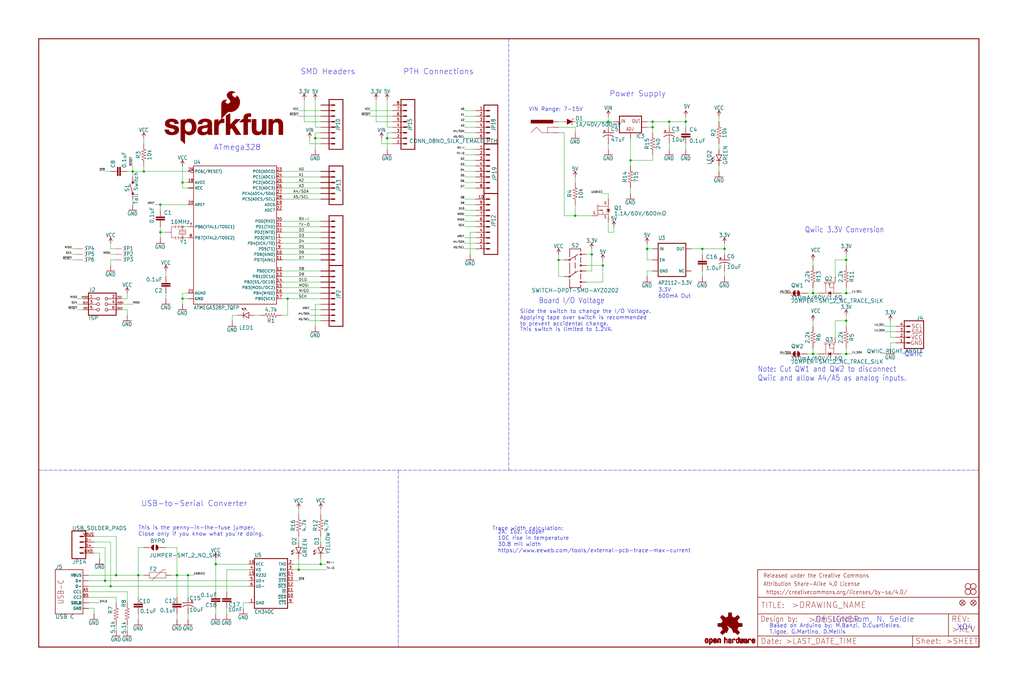
<source format=kicad_sch>
(kicad_sch (version 20211123) (generator eeschema)
  (paper "User" 470.306 317.906)
  (lib_symbols
    (symbol "eagleSchem-eagle-import:0.1UF-0603-25V-(+80{slash}-20%)"
      (property "Reference" "C" (at 1.524 2.921 0))
      (property "Value" "0.1UF-0603-25V-(+80{slash}-20%)" (at 1.524 -2.159 0))
      (symbol "0.1UF-0603-25V-(+80{slash}-20%)_1_0"
        (pin passive line (at 0 5.08 270) (length 2.54) (name "1") (number "1"))
        (pin passive line (at 0 -2.54 90) (length 2.54) (name "2") (number "2"))
      )
    )
    (symbol "eagleSchem-eagle-import:1.0UF-0603-16V-10%"
      (property "Reference" "C" (at 1.524 2.921 0))
      (property "Value" "1.0UF-0603-16V-10%" (at 1.524 -2.159 0))
      (symbol "1.0UF-0603-16V-10%_1_0"
        (pin passive line (at 0 5.08 270) (length 2.54) (name "1") (number "1"))
        (pin passive line (at 0 -2.54 90) (length 2.54) (name "2") (number "2"))
      )
    )
    (symbol "eagleSchem-eagle-import:10KOHM-0603-1{slash}10W-1%"
      (property "Reference" "R" (at 0 1.524 0))
      (property "Value" "10KOHM-0603-1{slash}10W-1%" (at 0 -1.524 0))
      (symbol "10KOHM-0603-1{slash}10W-1%_1_0"
        (pin passive line (at -5.08 0 0) (length 2.54) (name "1") (number "1"))
        (pin passive line (at 5.08 0 180) (length 2.54) (name "2") (number "2"))
      )
    )
    (symbol "eagleSchem-eagle-import:10NF-0603-50V-10%"
      (property "Reference" "C" (at 1.524 2.921 0))
      (property "Value" "10NF-0603-50V-10%" (at 1.524 -2.159 0))
      (symbol "10NF-0603-50V-10%_1_0"
        (pin passive line (at 0 5.08 270) (length 2.54) (name "1") (number "1"))
        (pin passive line (at 0 -2.54 90) (length 2.54) (name "2") (number "2"))
      )
    )
    (symbol "eagleSchem-eagle-import:10UF-POLAR-EIA3216-16V-10%(TANT)"
      (property "Reference" "C" (at 1.016 0.635 0))
      (property "Value" "10UF-POLAR-EIA3216-16V-10%(TANT)" (at 1.016 -4.191 0))
      (symbol "10UF-POLAR-EIA3216-16V-10%(TANT)_1_0"
        (pin passive line (at 0 2.54 270) (length 2.54) (name "+") (number "+"))
        (pin passive line (at 0 -5.08 90) (length 2.54) (name "-") (number "-"))
      )
    )
    (symbol "eagleSchem-eagle-import:2.2KOHM-0603-1{slash}10W-1%"
      (property "Reference" "R" (at 0 1.524 0))
      (property "Value" "2.2KOHM-0603-1{slash}10W-1%" (at 0 -1.524 0))
      (symbol "2.2KOHM-0603-1{slash}10W-1%_1_0"
        (pin passive line (at -5.08 0 0) (length 2.54) (name "1") (number "1"))
        (pin passive line (at 5.08 0 180) (length 2.54) (name "2") (number "2"))
      )
    )
    (symbol "eagleSchem-eagle-import:240OHM-0603-1{slash}10W-1%"
      (property "Reference" "R" (at 0 1.524 0))
      (property "Value" "240OHM-0603-1{slash}10W-1%" (at 0 -1.524 0))
      (symbol "240OHM-0603-1{slash}10W-1%_1_0"
        (pin passive line (at -5.08 0 0) (length 2.54) (name "1") (number "1"))
        (pin passive line (at 5.08 0 180) (length 2.54) (name "2") (number "2"))
      )
    )
    (symbol "eagleSchem-eagle-import:3.3V" (power)
      (property "Value" "3.3V" (at 0 2.794 0))
      (symbol "3.3V_1_0"
        (pin power_in line (at 0 0 90) (length 2.54) (name "3.3V") (number "1"))
      )
    )
    (symbol "eagleSchem-eagle-import:4.7KOHM-0603-1{slash}10W-1%"
      (property "Reference" "R" (at 0 1.524 0))
      (property "Value" "4.7KOHM-0603-1{slash}10W-1%" (at 0 -1.524 0))
      (symbol "4.7KOHM-0603-1{slash}10W-1%_1_0"
        (pin passive line (at -5.08 0 0) (length 2.54) (name "1") (number "1"))
        (pin passive line (at 5.08 0 180) (length 2.54) (name "2") (number "2"))
      )
    )
    (symbol "eagleSchem-eagle-import:47UF-POLAR-PANASONIC_D-35V-20%"
      (property "Reference" "C" (at 1.016 0.635 0))
      (property "Value" "47UF-POLAR-PANASONIC_D-35V-20%" (at 1.016 -4.191 0))
      (symbol "47UF-POLAR-PANASONIC_D-35V-20%_1_0"
        (pin passive line (at 0 2.54 270) (length 2.54) (name "+") (number "+"))
        (pin passive line (at 0 -5.08 90) (length 2.54) (name "-") (number "-"))
      )
    )
    (symbol "eagleSchem-eagle-import:5.1KOHM5.1KOHM-0603-1{slash}10W-1%"
      (property "Reference" "R" (at 0 1.524 0))
      (property "Value" "5.1KOHM5.1KOHM-0603-1{slash}10W-1%" (at 0 -1.524 0))
      (symbol "5.1KOHM5.1KOHM-0603-1{slash}10W-1%_1_0"
        (pin passive line (at -5.08 0 0) (length 2.54) (name "1") (number "1"))
        (pin passive line (at 5.08 0 180) (length 2.54) (name "2") (number "2"))
      )
    )
    (symbol "eagleSchem-eagle-import:5V" (power)
      (property "Value" "5V" (at 0 2.794 0))
      (symbol "5V_1_0"
        (pin power_in line (at 0 0 90) (length 2.54) (name "5V") (number "1"))
      )
    )
    (symbol "eagleSchem-eagle-import:715OHM-0603-1{slash}10W-1%"
      (property "Reference" "R" (at 0 1.524 0))
      (property "Value" "715OHM-0603-1{slash}10W-1%" (at 0 -1.524 0))
      (symbol "715OHM-0603-1{slash}10W-1%_1_0"
        (pin passive line (at -5.08 0 0) (length 2.54) (name "1") (number "1"))
        (pin passive line (at 5.08 0 180) (length 2.54) (name "2") (number "2"))
      )
    )
    (symbol "eagleSchem-eagle-import:ATMEGA328P_TQFP"
      (property "Reference" "U" (at -20.32 33.782 0))
      (property "Value" "ATMEGA328P_TQFP" (at -20.32 -33.02 0))
      (symbol "ATMEGA328P_TQFP_1_0"
        (pin bidirectional line (at 20.32 0 180) (length 2.54) (name "PD3(INT1)") (number "1"))
        (pin bidirectional line (at 20.32 -7.62 180) (length 2.54) (name "PD6(AIN0)") (number "10"))
        (pin bidirectional line (at 20.32 -10.16 180) (length 2.54) (name "PD7(AIN1)") (number "11"))
        (pin bidirectional line (at 20.32 -15.24 180) (length 2.54) (name "PB0(ICP)") (number "12"))
        (pin bidirectional line (at 20.32 -17.78 180) (length 2.54) (name "PB1(OC1A)") (number "13"))
        (pin bidirectional line (at 20.32 -20.32 180) (length 2.54) (name "PB2(SS/OC1B)") (number "14"))
        (pin bidirectional line (at 20.32 -22.86 180) (length 2.54) (name "PB3(MOSI/OC2)") (number "15"))
        (pin bidirectional line (at 20.32 -25.4 180) (length 2.54) (name "PB4(MISO)") (number "16"))
        (pin bidirectional line (at 20.32 -27.94 180) (length 2.54) (name "PB5(SCK)") (number "17"))
        (pin bidirectional line (at -22.86 25.4 0) (length 2.54) (name "AVCC") (number "18"))
        (pin bidirectional line (at 20.32 15.24 180) (length 2.54) (name "ADC6") (number "19"))
        (pin bidirectional line (at 20.32 -2.54 180) (length 2.54) (name "PD4(XCK/T0)") (number "2"))
        (pin bidirectional line (at -22.86 15.24 0) (length 2.54) (name "AREF") (number "20"))
        (pin bidirectional line (at -22.86 -25.4 0) (length 2.54) (name "AGND") (number "21"))
        (pin bidirectional line (at 20.32 12.7 180) (length 2.54) (name "ADC7") (number "22"))
        (pin bidirectional line (at 20.32 30.48 180) (length 2.54) (name "PC0(ADC0)") (number "23"))
        (pin bidirectional line (at 20.32 27.94 180) (length 2.54) (name "PC1(ADC1)") (number "24"))
        (pin bidirectional line (at 20.32 25.4 180) (length 2.54) (name "PC2(ADC2)") (number "25"))
        (pin bidirectional line (at 20.32 22.86 180) (length 2.54) (name "PC3(ADC3)") (number "26"))
        (pin bidirectional line (at 20.32 20.32 180) (length 2.54) (name "PC4(ADC4/SDA)") (number "27"))
        (pin bidirectional line (at 20.32 17.78 180) (length 2.54) (name "PC5(ADC5/SCL)") (number "28"))
        (pin bidirectional inverted (at -22.86 30.48 0) (length 2.54) (name "PC6(/RESET)") (number "29"))
        (pin bidirectional line (at -22.86 -27.94 0) (length 2.54) (name "GND") (number "3"))
        (pin bidirectional line (at 20.32 7.62 180) (length 2.54) (name "PD0(RXD)") (number "30"))
        (pin bidirectional line (at 20.32 5.08 180) (length 2.54) (name "PD1(TXD)") (number "31"))
        (pin bidirectional line (at 20.32 2.54 180) (length 2.54) (name "PD2(INT0)") (number "32"))
        (pin bidirectional line (at -22.86 22.86 0) (length 2.54) (name "VCC") (number "4"))
        (pin bidirectional line (at -22.86 -27.94 0) (length 2.54) (name "GND") (number "5"))
        (pin bidirectional line (at -22.86 22.86 0) (length 2.54) (name "VCC") (number "6"))
        (pin bidirectional line (at -22.86 5.08 0) (length 2.54) (name "PB6(XTAL1/TOSC1)") (number "7"))
        (pin bidirectional line (at -22.86 0 0) (length 2.54) (name "PB7(XTAL2/TOSC2)") (number "8"))
        (pin bidirectional line (at 20.32 -5.08 180) (length 2.54) (name "PD5(T1)") (number "9"))
      )
    )
    (symbol "eagleSchem-eagle-import:AVR_SPI_PROG_3X2SMD"
      (property "Reference" "J" (at -5.08 5.588 0))
      (property "Value" "AVR_SPI_PROG_3X2SMD" (at -5.08 -7.366 0))
      (symbol "AVR_SPI_PROG_3X2SMD_1_0"
        (text "GND" (at 8.001 -2.286 0) (effects (font (size 0.8128 0.8128)) (justify left bottom)))
        (text "MISO" (at -5.207 2.794 0) (effects (font (size 0.8128 0.8128)) (justify right bottom)))
        (text "MOSI" (at 8.001 0.254 0) (effects (font (size 0.8128 0.8128)) (justify left bottom)))
        (text "RST" (at -5.08 -2.286 0) (effects (font (size 0.8128 0.8128)) (justify right bottom)))
        (text "SCK" (at -5.207 0.254 0) (effects (font (size 0.8128 0.8128)) (justify right bottom)))
        (text "VCC" (at 8.001 2.794 0) (effects (font (size 0.8128 0.8128)) (justify left bottom)))
        (pin passive inverted (at -7.62 2.54 0) (length 7.62) (name "1") (number "1"))
        (pin passive inverted (at 10.16 2.54 180) (length 7.62) (name "2") (number "2"))
        (pin passive inverted (at -7.62 0 0) (length 7.62) (name "3") (number "3"))
        (pin passive inverted (at 10.16 0 180) (length 7.62) (name "4") (number "4"))
        (pin passive inverted (at -7.62 -2.54 0) (length 7.62) (name "5") (number "5"))
        (pin passive inverted (at 10.16 -2.54 180) (length 7.62) (name "6") (number "6"))
      )
    )
    (symbol "eagleSchem-eagle-import:CH340C"
      (property "Reference" "U" (at -7.62 10.795 0))
      (property "Value" "CH340C" (at -7.62 -15.24 0))
      (symbol "CH340C_1_0"
        (pin bidirectional line (at -10.16 -10.16 0) (length 2.54) (name "GND") (number "1"))
        (pin bidirectional line (at 10.16 -7.62 180) (length 2.54) (name "~{DSR}") (number "10"))
        (pin bidirectional line (at 10.16 -5.08 180) (length 2.54) (name "~{RI}") (number "11"))
        (pin bidirectional line (at 10.16 -2.54 180) (length 2.54) (name "~{DCD}") (number "12"))
        (pin bidirectional line (at 10.16 0 180) (length 2.54) (name "~{DTR}") (number "13"))
        (pin bidirectional line (at 10.16 2.54 180) (length 2.54) (name "~{RTS}") (number "14"))
        (pin bidirectional line (at -10.16 2.54 0) (length 2.54) (name "R232") (number "15"))
        (pin bidirectional line (at -10.16 7.62 0) (length 2.54) (name "VCC") (number "16"))
        (pin bidirectional line (at 10.16 7.62 180) (length 2.54) (name "TXO") (number "2"))
        (pin bidirectional line (at 10.16 5.08 180) (length 2.54) (name "RXI") (number "3"))
        (pin bidirectional line (at -10.16 5.08 0) (length 2.54) (name "V3") (number "4"))
        (pin bidirectional line (at -10.16 0 0) (length 2.54) (name "UD+") (number "5"))
        (pin bidirectional line (at -10.16 -2.54 0) (length 2.54) (name "UD-") (number "6"))
        (pin bidirectional line (at 10.16 -10.16 180) (length 2.54) (name "~{CTS}") (number "9"))
      )
    )
    (symbol "eagleSchem-eagle-import:CONN_08NO_SILK_FEMALE_PTH"
      (property "Reference" "J" (at -5.08 13.208 0))
      (property "Value" "CONN_08NO_SILK_FEMALE_PTH" (at -5.08 -12.446 0))
      (symbol "CONN_08NO_SILK_FEMALE_PTH_1_0"
        (pin passive line (at 5.08 -7.62 180) (length 5.08) (name "1") (number "1"))
        (pin passive line (at 5.08 -5.08 180) (length 5.08) (name "2") (number "2"))
        (pin passive line (at 5.08 -2.54 180) (length 5.08) (name "3") (number "3"))
        (pin passive line (at 5.08 0 180) (length 5.08) (name "4") (number "4"))
        (pin passive line (at 5.08 2.54 180) (length 5.08) (name "5") (number "5"))
        (pin passive line (at 5.08 5.08 180) (length 5.08) (name "6") (number "6"))
        (pin passive line (at 5.08 7.62 180) (length 5.08) (name "7") (number "7"))
        (pin passive line (at 5.08 10.16 180) (length 5.08) (name "8") (number "8"))
      )
    )
    (symbol "eagleSchem-eagle-import:DIODE-SCHOTTKY-SS14"
      (property "Reference" "D" (at -2.54 2.032 0))
      (property "Value" "DIODE-SCHOTTKY-SS14" (at -2.54 -2.032 0))
      (symbol "DIODE-SCHOTTKY-SS14_1_0"
        (pin passive line (at -2.54 0 0) (length 0) (name "A") (number "A"))
        (pin passive line (at 2.54 0 180) (length 0) (name "C") (number "C"))
      )
    )
    (symbol "eagleSchem-eagle-import:FIDUCIAL1X2")
    (symbol "eagleSchem-eagle-import:FRAME-LEDGER"
      (symbol "FRAME-LEDGER_2_0"
        (text " https://creativecommons.org/licenses/by-sa/4.0/" (at 2.54 24.13 0) (effects (font (size 1.9304 1.6408)) (justify left bottom)))
        (text ">DESIGNER" (at 23.114 11.176 0) (effects (font (size 2.7432 2.7432)) (justify left bottom)))
        (text ">DRAWING_NAME" (at 15.494 17.78 0) (effects (font (size 2.7432 2.7432)) (justify left bottom)))
        (text ">LAST_DATE_TIME" (at 12.7 1.27 0) (effects (font (size 2.54 2.54)) (justify left bottom)))
        (text ">REV" (at 88.9 6.604 0) (effects (font (size 2.7432 2.7432)) (justify left bottom)))
        (text ">SHEET" (at 86.36 1.27 0) (effects (font (size 2.54 2.54)) (justify left bottom)))
        (text "Attribution Share-Alike 4.0 License" (at 2.54 27.94 0) (effects (font (size 1.9304 1.6408)) (justify left bottom)))
        (text "Date:" (at 1.27 1.27 0) (effects (font (size 2.54 2.54)) (justify left bottom)))
        (text "Design by:" (at 1.27 11.43 0) (effects (font (size 2.54 2.159)) (justify left bottom)))
        (text "Released under the Creative Commons" (at 2.54 31.75 0) (effects (font (size 1.9304 1.6408)) (justify left bottom)))
        (text "REV:" (at 88.9 11.43 0) (effects (font (size 2.54 2.54)) (justify left bottom)))
        (text "Sheet:" (at 72.39 1.27 0) (effects (font (size 2.54 2.54)) (justify left bottom)))
        (text "TITLE:" (at 1.524 17.78 0) (effects (font (size 2.54 2.54)) (justify left bottom)))
      )
    )
    (symbol "eagleSchem-eagle-import:GND" (power)
      (property "Value" "GND" (at 0 -0.254 0))
      (symbol "GND_1_0"
        (pin power_in line (at 0 2.54 270) (length 2.54) (name "GND") (number "1"))
      )
    )
    (symbol "eagleSchem-eagle-import:JUMPER-SMT_2_NC_TRACE_SILK"
      (property "Reference" "JP" (at -2.54 2.54 0))
      (property "Value" "JUMPER-SMT_2_NC_TRACE_SILK" (at -2.54 -2.54 0))
      (symbol "JUMPER-SMT_2_NC_TRACE_SILK_1_0"
        (pin passive line (at -5.08 0 0) (length 2.54) (name "1") (number "1"))
        (pin passive line (at 5.08 0 180) (length 2.54) (name "2") (number "2"))
      )
    )
    (symbol "eagleSchem-eagle-import:JUMPER-SMT_2_NO_SILK"
      (property "Reference" "JP" (at -2.54 2.54 0))
      (property "Value" "JUMPER-SMT_2_NO_SILK" (at -2.54 -2.54 0))
      (symbol "JUMPER-SMT_2_NO_SILK_1_0"
        (pin passive line (at -5.08 0 0) (length 2.54) (name "1") (number "1"))
        (pin passive line (at 5.08 0 180) (length 2.54) (name "2") (number "2"))
      )
    )
    (symbol "eagleSchem-eagle-import:LED-BLUE_HIDDENSILK"
      (property "Reference" "D" (at -3.429 -4.572 90))
      (property "Value" "LED-BLUE_HIDDENSILK" (at 1.905 -4.572 90))
      (symbol "LED-BLUE_HIDDENSILK_1_0"
        (pin passive line (at 0 2.54 270) (length 2.54) (name "A") (number "A"))
        (pin passive line (at 0 -5.08 90) (length 2.54) (name "C") (number "C"))
      )
    )
    (symbol "eagleSchem-eagle-import:LED-GREENLILYPAD"
      (property "Reference" "D" (at -3.429 -4.572 90))
      (property "Value" "LED-GREENLILYPAD" (at 1.905 -4.572 90))
      (symbol "LED-GREENLILYPAD_1_0"
        (pin passive line (at 0 2.54 270) (length 2.54) (name "A") (number "A"))
        (pin passive line (at 0 -5.08 90) (length 2.54) (name "C") (number "C"))
      )
    )
    (symbol "eagleSchem-eagle-import:LED-YELLOW_HIDDENSILK"
      (property "Reference" "D" (at -3.429 -4.572 90))
      (property "Value" "LED-YELLOW_HIDDENSILK" (at 1.905 -4.572 90))
      (symbol "LED-YELLOW_HIDDENSILK_1_0"
        (pin passive line (at 0 2.54 270) (length 2.54) (name "A") (number "A"))
        (pin passive line (at 0 -5.08 90) (length 2.54) (name "C") (number "C"))
      )
    )
    (symbol "eagleSchem-eagle-import:M06NO_SILK"
      (property "Reference" "JP" (at -5.08 10.922 0))
      (property "Value" "M06NO_SILK" (at -5.08 -10.16 0))
      (symbol "M06NO_SILK_1_0"
        (pin passive line (at 5.08 -5.08 180) (length 5.08) (name "1") (number "1"))
        (pin passive line (at 5.08 -2.54 180) (length 5.08) (name "2") (number "2"))
        (pin passive line (at 5.08 0 180) (length 5.08) (name "3") (number "3"))
        (pin passive line (at 5.08 2.54 180) (length 5.08) (name "4") (number "4"))
        (pin passive line (at 5.08 5.08 180) (length 5.08) (name "5") (number "5"))
        (pin passive line (at 5.08 7.62 180) (length 5.08) (name "6") (number "6"))
      )
    )
    (symbol "eagleSchem-eagle-import:M06SMD-STRAIGHT-COMBO"
      (property "Reference" "JP" (at -5.08 10.922 0))
      (property "Value" "M06SMD-STRAIGHT-COMBO" (at -5.08 -10.16 0))
      (symbol "M06SMD-STRAIGHT-COMBO_1_0"
        (pin passive line (at 5.08 -5.08 180) (length 5.08) (name "1") (number "1A"))
        (pin passive line (at 5.08 -5.08 180) (length 5.08) (name "1") (number "1B"))
        (pin passive line (at 5.08 -2.54 180) (length 5.08) (name "2") (number "2A"))
        (pin passive line (at 5.08 -2.54 180) (length 5.08) (name "2") (number "2B"))
        (pin passive line (at 5.08 0 180) (length 5.08) (name "3") (number "3A"))
        (pin passive line (at 5.08 0 180) (length 5.08) (name "3") (number "3B"))
        (pin passive line (at 5.08 2.54 180) (length 5.08) (name "4") (number "4A"))
        (pin passive line (at 5.08 2.54 180) (length 5.08) (name "4") (number "4B"))
        (pin passive line (at 5.08 5.08 180) (length 5.08) (name "5") (number "5A"))
        (pin passive line (at 5.08 5.08 180) (length 5.08) (name "5") (number "5B"))
        (pin passive line (at 5.08 7.62 180) (length 5.08) (name "6") (number "6A"))
        (pin passive line (at 5.08 7.62 180) (length 5.08) (name "6") (number "6B"))
      )
    )
    (symbol "eagleSchem-eagle-import:M08NO_SILK"
      (property "Reference" "JP" (at -5.08 13.462 0))
      (property "Value" "M08NO_SILK" (at -5.08 -12.7 0))
      (symbol "M08NO_SILK_1_0"
        (pin passive line (at 5.08 -7.62 180) (length 5.08) (name "1") (number "1"))
        (pin passive line (at 5.08 -5.08 180) (length 5.08) (name "2") (number "2"))
        (pin passive line (at 5.08 -2.54 180) (length 5.08) (name "3") (number "3"))
        (pin passive line (at 5.08 0 180) (length 5.08) (name "4") (number "4"))
        (pin passive line (at 5.08 2.54 180) (length 5.08) (name "5") (number "5"))
        (pin passive line (at 5.08 5.08 180) (length 5.08) (name "6") (number "6"))
        (pin passive line (at 5.08 7.62 180) (length 5.08) (name "7") (number "7"))
        (pin passive line (at 5.08 10.16 180) (length 5.08) (name "8") (number "8"))
      )
    )
    (symbol "eagleSchem-eagle-import:M08SMD-COMBO"
      (property "Reference" "JP" (at -5.08 13.462 0))
      (property "Value" "M08SMD-COMBO" (at -5.08 -12.7 0))
      (symbol "M08SMD-COMBO_1_0"
        (pin passive line (at 5.08 -7.62 180) (length 5.08) (name "1") (number "1A"))
        (pin passive line (at 5.08 -7.62 180) (length 5.08) (name "1") (number "1B"))
        (pin passive line (at 5.08 -5.08 180) (length 5.08) (name "2") (number "2A"))
        (pin passive line (at 5.08 -5.08 180) (length 5.08) (name "2") (number "2B"))
        (pin passive line (at 5.08 -2.54 180) (length 5.08) (name "3") (number "3A"))
        (pin passive line (at 5.08 -2.54 180) (length 5.08) (name "3") (number "3B"))
        (pin passive line (at 5.08 0 180) (length 5.08) (name "4") (number "4A"))
        (pin passive line (at 5.08 0 180) (length 5.08) (name "4") (number "4B"))
        (pin passive line (at 5.08 2.54 180) (length 5.08) (name "5") (number "5A"))
        (pin passive line (at 5.08 2.54 180) (length 5.08) (name "5") (number "5B"))
        (pin passive line (at 5.08 5.08 180) (length 5.08) (name "6") (number "6A"))
        (pin passive line (at 5.08 5.08 180) (length 5.08) (name "6") (number "6B"))
        (pin passive line (at 5.08 7.62 180) (length 5.08) (name "7") (number "7A"))
        (pin passive line (at 5.08 7.62 180) (length 5.08) (name "7") (number "7B"))
        (pin passive line (at 5.08 10.16 180) (length 5.08) (name "8") (number "8A"))
        (pin passive line (at 5.08 10.16 180) (length 5.08) (name "8") (number "8B"))
      )
    )
    (symbol "eagleSchem-eagle-import:M10NO_SILK"
      (property "Reference" "JP" (at 0 8.89 0))
      (property "Value" "M10NO_SILK" (at 0 -22.86 0))
      (symbol "M10NO_SILK_1_0"
        (pin passive line (at 10.16 -17.78 180) (length 5.08) (name "1") (number "1"))
        (pin passive line (at 10.16 5.08 180) (length 5.08) (name "10") (number "10"))
        (pin passive line (at 10.16 -15.24 180) (length 5.08) (name "2") (number "2"))
        (pin passive line (at 10.16 -12.7 180) (length 5.08) (name "3") (number "3"))
        (pin passive line (at 10.16 -10.16 180) (length 5.08) (name "4") (number "4"))
        (pin passive line (at 10.16 -7.62 180) (length 5.08) (name "5") (number "5"))
        (pin passive line (at 10.16 -5.08 180) (length 5.08) (name "6") (number "6"))
        (pin passive line (at 10.16 -2.54 180) (length 5.08) (name "7") (number "7"))
        (pin passive line (at 10.16 0 180) (length 5.08) (name "8") (number "8"))
        (pin passive line (at 10.16 2.54 180) (length 5.08) (name "9") (number "9"))
      )
    )
    (symbol "eagleSchem-eagle-import:M10SMD_COMBO"
      (property "Reference" "JP" (at 0 8.89 0))
      (property "Value" "M10SMD_COMBO" (at 0 -22.86 0))
      (symbol "M10SMD_COMBO_1_0"
        (pin passive line (at 10.16 5.08 180) (length 5.08) (name "10") (number "10A"))
        (pin passive line (at 10.16 5.08 180) (length 5.08) (name "10") (number "10B"))
        (pin passive line (at 10.16 -17.78 180) (length 5.08) (name "1") (number "1A"))
        (pin passive line (at 10.16 -17.78 180) (length 5.08) (name "1") (number "1B"))
        (pin passive line (at 10.16 -15.24 180) (length 5.08) (name "2") (number "2A"))
        (pin passive line (at 10.16 -15.24 180) (length 5.08) (name "2") (number "2B"))
        (pin passive line (at 10.16 -12.7 180) (length 5.08) (name "3") (number "3A"))
        (pin passive line (at 10.16 -12.7 180) (length 5.08) (name "3") (number "3B"))
        (pin passive line (at 10.16 -10.16 180) (length 5.08) (name "4") (number "4A"))
        (pin passive line (at 10.16 -10.16 180) (length 5.08) (name "4") (number "4B"))
        (pin passive line (at 10.16 -7.62 180) (length 5.08) (name "5") (number "5A"))
        (pin passive line (at 10.16 -7.62 180) (length 5.08) (name "5") (number "5B"))
        (pin passive line (at 10.16 -5.08 180) (length 5.08) (name "6") (number "6A"))
        (pin passive line (at 10.16 -5.08 180) (length 5.08) (name "6") (number "6B"))
        (pin passive line (at 10.16 -2.54 180) (length 5.08) (name "7") (number "7A"))
        (pin passive line (at 10.16 -2.54 180) (length 5.08) (name "7") (number "7B"))
        (pin passive line (at 10.16 0 180) (length 5.08) (name "8") (number "8A"))
        (pin passive line (at 10.16 0 180) (length 5.08) (name "8") (number "8B"))
        (pin passive line (at 10.16 2.54 180) (length 5.08) (name "9") (number "9A"))
        (pin passive line (at 10.16 2.54 180) (length 5.08) (name "9") (number "9B"))
      )
    )
    (symbol "eagleSchem-eagle-import:MOMENTARY-SWITCH-SPST-SMD-5.2-TALL-REDUNDANT"
      (property "Reference" "S" (at 0 1.524 0))
      (property "Value" "MOMENTARY-SWITCH-SPST-SMD-5.2-TALL-REDUNDANT" (at 0 -0.508 0))
      (symbol "MOMENTARY-SWITCH-SPST-SMD-5.2-TALL-REDUNDANT_1_0"
        (pin passive line (at -5.08 0 0) (length 2.54) (name "1") (number "1"))
        (pin passive line (at -5.08 0 0) (length 2.54) (name "1") (number "2"))
        (pin passive line (at 5.08 0 180) (length 2.54) (name "2") (number "3"))
        (pin passive line (at 5.08 0 180) (length 2.54) (name "2") (number "4"))
      )
    )
    (symbol "eagleSchem-eagle-import:MOSFET-NCH-2N7002PW"
      (property "Reference" "Q" (at 5.08 0 0))
      (property "Value" "MOSFET-NCH-2N7002PW" (at 5.08 -2.54 0))
      (symbol "MOSFET-NCH-2N7002PW_1_0"
        (pin bidirectional line (at -5.08 -2.54 0) (length 2.54) (name "G") (number "1"))
        (pin bidirectional line (at 2.54 -5.08 90) (length 2.54) (name "S") (number "2"))
        (pin bidirectional line (at 2.54 5.08 270) (length 2.54) (name "D") (number "3"))
      )
    )
    (symbol "eagleSchem-eagle-import:MOSFET_PCH-SI2309DS"
      (property "Reference" "Q" (at 5.08 0 0))
      (property "Value" "MOSFET_PCH-SI2309DS" (at 5.08 -2.54 0))
      (symbol "MOSFET_PCH-SI2309DS_1_0"
        (text "D" (at 0.508 2.54 0) (effects (font (size 1.27 1.0795)) (justify left bottom)))
        (text "G" (at -3.302 -0.508 0) (effects (font (size 1.27 1.0795)) (justify right top)))
        (text "S" (at 0.508 -3.81 0) (effects (font (size 1.27 1.0795)) (justify left bottom)))
        (pin bidirectional line (at -5.08 -2.54 0) (length 2.54) (name "G") (number "1"))
        (pin bidirectional line (at 2.54 -5.08 90) (length 2.54) (name "S") (number "2"))
        (pin bidirectional line (at 2.54 5.08 270) (length 2.54) (name "D") (number "3"))
      )
    )
    (symbol "eagleSchem-eagle-import:OSHW-LOGOS")
    (symbol "eagleSchem-eagle-import:POWER_JACKSUPER_BOMB_DIGITY"
      (property "Reference" "JP" (at -10.16 8.89 0))
      (property "Value" "POWER_JACKSUPER_BOMB_DIGITY" (at -10.16 0 0))
      (symbol "POWER_JACKSUPER_BOMB_DIGITY_1_0"
        (pin bidirectional line (at 2.54 5.08 180) (length 2.54) (name "GNDBREAK") (number "GND"))
        (pin bidirectional line (at 2.54 2.54 180) (length 2.54) (name "GND") (number "P$4"))
        (pin bidirectional line (at 2.54 7.62 180) (length 2.54) (name "PWR") (number "VIN0"))
      )
    )
    (symbol "eagleSchem-eagle-import:PPTC_6V2A"
      (property "Reference" "F" (at 1.905 3.175 0))
      (property "Value" "PPTC_6V2A" (at 1.27 -2.794 0))
      (symbol "PPTC_6V2A_1_0"
        (pin bidirectional line (at -5.08 0 0) (length 2.54) (name "1") (number "1"))
        (pin bidirectional line (at 7.62 0 180) (length 2.54) (name "2") (number "2"))
      )
    )
    (symbol "eagleSchem-eagle-import:QWIIC_CONNECTORJS-1MM"
      (property "Reference" "J" (at -5.08 7.874 0))
      (property "Value" "QWIIC_CONNECTORJS-1MM" (at -5.08 -5.334 0))
      (symbol "QWIIC_CONNECTORJS-1MM_1_0"
        (text "GND" (at -4.572 -2.54 0) (effects (font (size 1.778 1.778)) (justify left)))
        (text "SCL" (at -4.572 5.08 0) (effects (font (size 1.778 1.778)) (justify left)))
        (text "SDA" (at -4.572 2.54 0) (effects (font (size 1.778 1.778)) (justify left)))
        (text "VCC" (at -4.572 0 0) (effects (font (size 1.778 1.778)) (justify left)))
        (pin power_in line (at 7.62 -2.54 180) (length 5.08) (name "1") (number "1"))
        (pin power_in line (at 7.62 0 180) (length 5.08) (name "2") (number "2"))
        (pin passive line (at 7.62 2.54 180) (length 5.08) (name "3") (number "3"))
        (pin passive line (at 7.62 5.08 180) (length 5.08) (name "4") (number "4"))
      )
    )
    (symbol "eagleSchem-eagle-import:RESONATOR-16MHZSMD_3.2X1.3"
      (property "Reference" "Y" (at -3.302 -2.54 0))
      (property "Value" "RESONATOR-16MHZSMD_3.2X1.3" (at 0 2.032 0))
      (symbol "RESONATOR-16MHZSMD_3.2X1.3_1_0"
        (pin passive line (at -2.54 0 0) (length 0) (name "1") (number "1"))
        (pin passive line (at 0 -7.62 90) (length 0) (name "2") (number "2"))
        (pin passive line (at 2.54 0 180) (length 0) (name "3") (number "3"))
      )
    )
    (symbol "eagleSchem-eagle-import:SFE_LOGO_FLAME.1_INCH")
    (symbol "eagleSchem-eagle-import:SFE_LOGO_NAME.1_INCH")
    (symbol "eagleSchem-eagle-import:STAND-OFF")
    (symbol "eagleSchem-eagle-import:SWITCH-DPDT-SMD-AYZ0202"
      (property "Reference" "S" (at 0 7.874 0))
      (property "Value" "SWITCH-DPDT-SMD-AYZ0202" (at 0 -10.414 0))
      (symbol "SWITCH-DPDT-SMD-AYZ0202_1_0"
        (pin bidirectional line (at 5.08 5.08 180) (length 2.54) (name "1") (number "1"))
        (pin bidirectional line (at -5.08 2.54 0) (length 2.54) (name "2") (number "2"))
        (pin bidirectional line (at 5.08 0 180) (length 2.54) (name "3") (number "3"))
        (pin bidirectional line (at 5.08 -2.54 180) (length 2.54) (name "4") (number "4"))
        (pin bidirectional line (at -5.08 -5.08 0) (length 2.54) (name "5") (number "5"))
        (pin bidirectional line (at 5.08 -7.62 180) (length 2.54) (name "6") (number "6"))
      )
    )
    (symbol "eagleSchem-eagle-import:TEST-POINT3X5"
      (property "Reference" "TP" (at -2.54 2.54 0))
      (property "Value" "TEST-POINT3X5" (at -2.54 -2.54 0))
      (symbol "TEST-POINT3X5_1_0"
        (pin bidirectional line (at 0 0 180) (length 0) (name "1") (number "P$1"))
      )
    )
    (symbol "eagleSchem-eagle-import:USB_C16PIN"
      (property "Reference" "J" (at -2.54 10.414 0))
      (property "Value" "USB_C16PIN" (at -2.54 -12.446 0))
      (symbol "USB_C16PIN_1_0"
        (text "USB-C" (at 0 0 900) (effects (font (size 2.54 2.159))))
        (pin bidirectional line (at 12.7 0 180) (length 2.54) (name "CC1") (number "A5"))
        (pin bidirectional line (at 12.7 5.08 180) (length 2.54) (name "D+") (number "A6"))
        (pin bidirectional line (at 12.7 2.54 180) (length 2.54) (name "D-") (number "A7"))
        (pin bidirectional line (at 12.7 -2.54 180) (length 2.54) (name "CC2") (number "B5"))
        (pin bidirectional line (at 12.7 5.08 180) (length 2.54) (name "D+") (number "B6"))
        (pin bidirectional line (at 12.7 2.54 180) (length 2.54) (name "D-") (number "B7"))
        (pin bidirectional line (at 12.7 -7.62 180) (length 2.54) (name "GND") (number "GND"))
        (pin bidirectional line (at 12.7 -7.62 180) (length 2.54) (name "GND") (number "GND2"))
        (pin bidirectional line (at 12.7 -5.08 180) (length 2.54) (name "SHLD") (number "SHLD1"))
        (pin bidirectional line (at 12.7 -5.08 180) (length 2.54) (name "SHLD") (number "SHLD2"))
        (pin bidirectional line (at 12.7 -5.08 180) (length 2.54) (name "SHLD") (number "SHLD3"))
        (pin bidirectional line (at 12.7 -5.08 180) (length 2.54) (name "SHLD") (number "SHLD4"))
        (pin bidirectional line (at 12.7 -5.08 180) (length 2.54) (name "SHLD") (number "SHLD5"))
        (pin bidirectional line (at 12.7 -5.08 180) (length 2.54) (name "SHLD") (number "SHLD6"))
        (pin bidirectional line (at 12.7 -5.08 180) (length 2.54) (name "SHLD") (number "SHLD7"))
        (pin bidirectional line (at 12.7 -5.08 180) (length 2.54) (name "SHLD") (number "SHLD8"))
        (pin bidirectional line (at 12.7 7.62 180) (length 2.54) (name "VBUS") (number "VBUS1"))
        (pin bidirectional line (at 12.7 7.62 180) (length 2.54) (name "VBUS") (number "VBUS2"))
      )
    )
    (symbol "eagleSchem-eagle-import:USB_SOLDER_PADS"
      (property "Reference" "JP" (at -5.08 8.128 0))
      (property "Value" "USB_SOLDER_PADS" (at -5.08 -7.366 0))
      (symbol "USB_SOLDER_PADS_1_0"
        (pin passive line (at 5.08 2.54 180) (length 5.08) (name "3") (number "D+"))
        (pin passive line (at 5.08 0 180) (length 5.08) (name "2") (number "D-"))
        (pin passive line (at 5.08 5.08 180) (length 5.08) (name "4") (number "GND"))
        (pin passive line (at 5.08 -2.54 180) (length 5.08) (name "1") (number "VBUS"))
      )
    )
    (symbol "eagleSchem-eagle-import:VCC" (power)
      (property "Value" "VCC" (at 0 2.794 0))
      (symbol "VCC_1_0"
        (pin power_in line (at 0 0 90) (length 2.54) (name "VCC") (number "1"))
      )
    )
    (symbol "eagleSchem-eagle-import:VIN" (power)
      (property "Value" "VIN" (at 0 2.794 0))
      (symbol "VIN_1_0"
        (pin power_in line (at 0 0 90) (length 2.54) (name "VIN") (number "1"))
      )
    )
    (symbol "eagleSchem-eagle-import:V_REG_AP2112K-3.3V"
      (property "Reference" "U" (at -7.62 9.144 0))
      (property "Value" "V_REG_AP2112K-3.3V" (at -7.62 -11.43 0))
      (symbol "V_REG_AP2112K-3.3V_1_0"
        (pin input line (at -10.16 5.08 0) (length 2.54) (name "IN") (number "1"))
        (pin input line (at -10.16 -5.08 0) (length 2.54) (name "GND") (number "2"))
        (pin input line (at -10.16 0 0) (length 2.54) (name "EN") (number "3"))
        (pin input line (at 7.62 -5.08 180) (length 2.54) (name "NC") (number "4"))
        (pin passive line (at 7.62 5.08 180) (length 2.54) (name "OUT") (number "5"))
      )
    )
    (symbol "eagleSchem-eagle-import:V_REG_LM1117ALT1"
      (property "Reference" "IC" (at 2.54 -7.62 0))
      (property "Value" "V_REG_LM1117ALT1" (at 2.54 -10.16 0))
      (symbol "V_REG_LM1117ALT1_1_0"
        (text "ADJ" (at -2.032 -4.318 0) (effects (font (size 1.524 1.2954)) (justify left bottom)))
        (text "IN" (at -4.445 -0.635 0) (effects (font (size 1.524 1.2954)) (justify left bottom)))
        (text "OUT" (at 0.635 -0.635 0) (effects (font (size 1.524 1.2954)) (justify left bottom)))
        (pin input line (at 0 -7.62 90) (length 2.54) (name "ADJ") (number "1"))
        (pin power_in line (at 7.62 0 180) (length 2.54) (name "OUT") (number "2"))
        (pin input line (at -7.62 0 0) (length 2.54) (name "IN") (number "3"))
        (pin power_in line (at 7.62 -2.54 180) (length 2.54) (name "OUT@1") (number "4"))
      )
    )
  )
  (junction (at 144.78 63.5))
  (junction (at 256.54 119.38))
  (junction (at 73.66 93.98))
  (junction (at 332.74 114.3))
  (junction (at 322.58 114.3))
  (junction (at 53.34 264.16))
  (junction (at 307.34 55.88))
  (junction (at 48.26 266.7))
  (junction (at 86.36 264.16))
  (junction (at 177.8 63.5))
  (junction (at 83.82 137.16))
  (junction (at 388.62 147.32))
  (junction (at 63.5 264.16))
  (junction (at 147.32 259.08))
  (junction (at 83.82 83.82))
  (junction (at 73.66 106.68))
  (junction (at 271.78 116.84))
  (junction (at 66.04 78.74))
  (junction (at 132.08 137.16))
  (junction (at 50.8 269.24))
  (junction (at 289.56 73.66))
  (junction (at 388.62 134.62))
  (junction (at 276.86 121.92))
  (junction (at 314.96 55.88))
  (junction (at 299.72 55.88))
  (junction (at 60.96 78.74))
  (junction (at 264.16 99.06))
  (junction (at 388.62 119.38))
  (junction (at 137.16 261.62))
  (junction (at 297.18 114.3))
  (junction (at 373.38 162.56))
  (junction (at 81.28 264.16))
  (junction (at 299.72 58.42))
  (junction (at 99.06 259.08))
  (junction (at 388.62 162.56))
  (junction (at 279.4 55.88))
  (junction (at 373.38 134.62))
  (wire (pts (xy 264.16 81.28) (xy 264.16 83.82)))
  (wire (pts (xy 375.92 134.62) (xy 373.38 134.62)))
  (wire (pts (xy 43.18 279.4) (xy 43.18 281.94)))
  (wire (pts (xy 269.24 121.92) (xy 276.86 121.92)))
  (wire (pts (xy 388.62 162.56) (xy 386.08 162.56)))
  (wire (pts (xy 81.28 251.46) (xy 81.28 264.16)))
  (wire (pts (xy 50.8 269.24) (xy 40.64 269.24)))
  (wire (pts (xy 289.56 88.9) (xy 289.56 86.36)))
  (wire (pts (xy 78.74 264.16) (xy 81.28 264.16)))
  (polyline (pts (xy 233.68 215.9) (xy 449.58 215.9)))
  (wire (pts (xy 218.44 96.52) (xy 213.36 96.52)))
  (wire (pts (xy 86.36 274.32) (xy 86.36 264.16)))
  (polyline (pts (xy 182.88 215.9) (xy 233.68 215.9)))
  (wire (pts (xy 177.8 58.42) (xy 180.34 58.42)))
  (wire (pts (xy 40.64 271.78) (xy 58.42 271.78)))
  (wire (pts (xy 370.84 162.56) (xy 373.38 162.56)))
  (wire (pts (xy 408.94 157.48) (xy 408.94 160.02)))
  (wire (pts (xy 109.22 144.78) (xy 106.68 144.78)))
  (wire (pts (xy 147.32 127) (xy 129.54 127)))
  (wire (pts (xy 147.32 63.5) (xy 144.78 63.5)))
  (polyline (pts (xy 233.68 17.78) (xy 233.68 215.9)))
  (wire (pts (xy 388.62 162.56) (xy 388.62 160.02)))
  (wire (pts (xy 180.34 63.5) (xy 177.8 63.5)))
  (wire (pts (xy 86.36 284.48) (xy 86.36 281.94)))
  (wire (pts (xy 218.44 101.6) (xy 213.36 101.6)))
  (wire (pts (xy 53.34 289.56) (xy 53.34 287.02)))
  (wire (pts (xy 137.16 246.38) (xy 137.16 248.92)))
  (wire (pts (xy 218.44 53.34) (xy 213.36 53.34)))
  (wire (pts (xy 218.44 99.06) (xy 213.36 99.06)))
  (wire (pts (xy 83.82 137.16) (xy 83.82 139.7)))
  (wire (pts (xy 50.8 121.92) (xy 50.8 119.38)))
  (wire (pts (xy 104.14 281.94) (xy 104.14 279.4)))
  (wire (pts (xy 299.72 73.66) (xy 289.56 73.66)))
  (wire (pts (xy 147.32 83.82) (xy 129.54 83.82)))
  (wire (pts (xy 111.76 276.86) (xy 111.76 279.4)))
  (wire (pts (xy 40.64 274.32) (xy 53.34 274.32)))
  (wire (pts (xy 256.54 55.88) (xy 259.08 55.88)))
  (wire (pts (xy 147.32 111.76) (xy 129.54 111.76)))
  (wire (pts (xy 269.24 129.54) (xy 276.86 129.54)))
  (wire (pts (xy 147.32 78.74) (xy 129.54 78.74)))
  (wire (pts (xy 373.38 134.62) (xy 370.84 134.62)))
  (wire (pts (xy 134.62 259.08) (xy 147.32 259.08)))
  (wire (pts (xy 383.54 119.38) (xy 383.54 127)))
  (wire (pts (xy 218.44 86.36) (xy 213.36 86.36)))
  (wire (pts (xy 73.66 93.98) (xy 73.66 96.52)))
  (wire (pts (xy 388.62 134.62) (xy 391.16 134.62)))
  (wire (pts (xy 411.48 152.4) (xy 406.4 152.4)))
  (wire (pts (xy 332.74 114.3) (xy 332.74 116.84)))
  (wire (pts (xy 147.32 81.28) (xy 129.54 81.28)))
  (wire (pts (xy 147.32 256.54) (xy 147.32 259.08)))
  (wire (pts (xy 375.92 162.56) (xy 373.38 162.56)))
  (wire (pts (xy 271.78 124.46) (xy 271.78 116.84)))
  (wire (pts (xy 55.88 142.24) (xy 58.42 142.24)))
  (wire (pts (xy 147.32 144.78) (xy 142.24 144.78)))
  (wire (pts (xy 99.06 279.4) (xy 99.06 281.94)))
  (wire (pts (xy 388.62 134.62) (xy 388.62 132.08)))
  (wire (pts (xy 53.34 264.16) (xy 63.5 264.16)))
  (wire (pts (xy 218.44 114.3) (xy 213.36 114.3)))
  (wire (pts (xy 86.36 104.14) (xy 83.82 104.14)))
  (wire (pts (xy 58.42 78.74) (xy 60.96 78.74)))
  (wire (pts (xy 142.24 66.04) (xy 142.24 63.5)))
  (wire (pts (xy 218.44 55.88) (xy 213.36 55.88)))
  (wire (pts (xy 314.96 53.34) (xy 314.96 55.88)))
  (wire (pts (xy 147.32 116.84) (xy 129.54 116.84)))
  (wire (pts (xy 218.44 68.58) (xy 213.36 68.58)))
  (wire (pts (xy 147.32 55.88) (xy 139.7 55.88)))
  (wire (pts (xy 373.38 160.02) (xy 373.38 162.56)))
  (wire (pts (xy 297.18 119.38) (xy 297.18 114.3)))
  (wire (pts (xy 147.32 119.38) (xy 129.54 119.38)))
  (wire (pts (xy 66.04 78.74) (xy 60.96 78.74)))
  (wire (pts (xy 218.44 91.44) (xy 213.36 91.44)))
  (wire (pts (xy 53.34 274.32) (xy 53.34 276.86)))
  (wire (pts (xy 63.5 274.32) (xy 63.5 264.16)))
  (wire (pts (xy 104.14 271.78) (xy 104.14 261.62)))
  (wire (pts (xy 147.32 139.7) (xy 144.78 139.7)))
  (wire (pts (xy 373.38 121.92) (xy 373.38 119.38)))
  (wire (pts (xy 299.72 71.12) (xy 299.72 73.66)))
  (wire (pts (xy 281.94 55.88) (xy 279.4 55.88)))
  (wire (pts (xy 218.44 58.42) (xy 213.36 58.42)))
  (wire (pts (xy 38.1 137.16) (xy 35.56 137.16)))
  (wire (pts (xy 218.44 76.2) (xy 213.36 76.2)))
  (wire (pts (xy 218.44 104.14) (xy 213.36 104.14)))
  (wire (pts (xy 144.78 58.42) (xy 147.32 58.42)))
  (wire (pts (xy 76.2 106.68) (xy 73.66 106.68)))
  (wire (pts (xy 215.9 106.68) (xy 215.9 116.84)))
  (wire (pts (xy 259.08 60.96) (xy 259.08 99.06)))
  (wire (pts (xy 256.54 119.38) (xy 256.54 116.84)))
  (wire (pts (xy 360.68 162.56) (xy 358.14 162.56)))
  (wire (pts (xy 43.18 251.46) (xy 48.26 251.46)))
  (wire (pts (xy 73.66 106.68) (xy 73.66 104.14)))
  (wire (pts (xy 388.62 121.92) (xy 388.62 119.38)))
  (wire (pts (xy 83.82 86.36) (xy 83.82 83.82)))
  (wire (pts (xy 218.44 78.74) (xy 213.36 78.74)))
  (wire (pts (xy 147.32 134.62) (xy 129.54 134.62)))
  (wire (pts (xy 66.04 251.46) (xy 63.5 251.46)))
  (wire (pts (xy 322.58 114.3) (xy 317.5 114.3)))
  (wire (pts (xy 256.54 60.96) (xy 259.08 60.96)))
  (wire (pts (xy 259.08 119.38) (xy 256.54 119.38)))
  (wire (pts (xy 147.32 104.14) (xy 129.54 104.14)))
  (wire (pts (xy 264.16 99.06) (xy 264.16 93.98)))
  (wire (pts (xy 134.62 266.7) (xy 137.16 266.7)))
  (wire (pts (xy 264.16 58.42) (xy 264.16 60.96)))
  (wire (pts (xy 299.72 124.46) (xy 297.18 124.46)))
  (wire (pts (xy 322.58 127) (xy 322.58 124.46)))
  (wire (pts (xy 388.62 119.38) (xy 388.62 116.84)))
  (wire (pts (xy 129.54 144.78) (xy 132.08 144.78)))
  (wire (pts (xy 147.32 142.24) (xy 142.24 142.24)))
  (wire (pts (xy 53.34 119.38) (xy 50.8 119.38)))
  (wire (pts (xy 147.32 259.08) (xy 149.86 259.08)))
  (wire (pts (xy 299.72 60.96) (xy 299.72 58.42)))
  (wire (pts (xy 50.8 78.74) (xy 48.26 78.74)))
  (wire (pts (xy 38.1 142.24) (xy 35.56 142.24)))
  (wire (pts (xy 297.18 58.42) (xy 299.72 58.42)))
  (wire (pts (xy 297.18 111.76) (xy 297.18 114.3)))
  (wire (pts (xy 218.44 109.22) (xy 213.36 109.22)))
  (wire (pts (xy 66.04 63.5) (xy 66.04 66.04)))
  (wire (pts (xy 58.42 137.16) (xy 58.42 134.62)))
  (wire (pts (xy 373.38 132.08) (xy 373.38 134.62)))
  (wire (pts (xy 360.68 134.62) (xy 358.14 134.62)))
  (wire (pts (xy 388.62 162.56) (xy 391.16 162.56)))
  (wire (pts (xy 177.8 60.96) (xy 177.8 63.5)))
  (wire (pts (xy 86.36 86.36) (xy 83.82 86.36)))
  (wire (pts (xy 83.82 134.62) (xy 83.82 137.16)))
  (wire (pts (xy 147.32 129.54) (xy 129.54 129.54)))
  (wire (pts (xy 63.5 284.48) (xy 63.5 281.94)))
  (wire (pts (xy 218.44 50.8) (xy 213.36 50.8)))
  (wire (pts (xy 408.94 154.94) (xy 408.94 147.32)))
  (wire (pts (xy 279.4 101.6) (xy 279.4 106.68)))
  (wire (pts (xy 383.54 119.38) (xy 388.62 119.38)))
  (wire (pts (xy 388.62 149.86) (xy 388.62 147.32)))
  (wire (pts (xy 322.58 114.3) (xy 332.74 114.3)))
  (wire (pts (xy 137.16 256.54) (xy 137.16 261.62)))
  (wire (pts (xy 289.56 73.66) (xy 289.56 76.2)))
  (wire (pts (xy 411.48 149.86) (xy 406.4 149.86)))
  (wire (pts (xy 142.24 66.04) (xy 147.32 66.04)))
  (wire (pts (xy 177.8 58.42) (xy 177.8 45.72)))
  (wire (pts (xy 218.44 63.5) (xy 213.36 63.5)))
  (wire (pts (xy 175.26 66.04) (xy 180.34 66.04)))
  (wire (pts (xy 48.26 266.7) (xy 114.3 266.7)))
  (wire (pts (xy 279.4 88.9) (xy 276.86 88.9)))
  (wire (pts (xy 86.36 264.16) (xy 88.9 264.16)))
  (wire (pts (xy 330.2 78.74) (xy 330.2 76.2)))
  (wire (pts (xy 172.72 45.72) (xy 172.72 55.88)))
  (wire (pts (xy 114.3 269.24) (xy 50.8 269.24)))
  (wire (pts (xy 40.64 279.4) (xy 43.18 279.4)))
  (wire (pts (xy 99.06 256.54) (xy 99.06 259.08)))
  (wire (pts (xy 147.32 60.96) (xy 144.78 60.96)))
  (wire (pts (xy 45.72 254) (xy 45.72 256.54)))
  (wire (pts (xy 299.72 58.42) (xy 299.72 55.88)))
  (wire (pts (xy 383.54 147.32) (xy 388.62 147.32)))
  (wire (pts (xy 218.44 81.28) (xy 213.36 81.28)))
  (wire (pts (xy 35.56 114.3) (xy 33.02 114.3)))
  (wire (pts (xy 76.2 137.16) (xy 76.2 134.62)))
  (wire (pts (xy 86.36 78.74) (xy 66.04 78.74)))
  (wire (pts (xy 269.24 116.84) (xy 271.78 116.84)))
  (wire (pts (xy 114.3 276.86) (xy 111.76 276.86)))
  (wire (pts (xy 60.96 81.28) (xy 60.96 78.74)))
  (wire (pts (xy 147.32 137.16) (xy 132.08 137.16)))
  (wire (pts (xy 218.44 60.96) (xy 213.36 60.96)))
  (wire (pts (xy 314.96 68.58) (xy 314.96 66.04)))
  (wire (pts (xy 53.34 116.84) (xy 50.8 116.84)))
  (wire (pts (xy 147.32 246.38) (xy 147.32 248.92)))
  (wire (pts (xy 86.36 137.16) (xy 83.82 137.16)))
  (wire (pts (xy 48.26 251.46) (xy 48.26 266.7)))
  (wire (pts (xy 147.32 91.44) (xy 129.54 91.44)))
  (wire (pts (xy 180.34 50.8) (xy 170.18 50.8)))
  (wire (pts (xy 218.44 73.66) (xy 213.36 73.66)))
  (wire (pts (xy 50.8 248.92) (xy 50.8 269.24)))
  (wire (pts (xy 147.32 147.32) (xy 142.24 147.32)))
  (wire (pts (xy 147.32 124.46) (xy 129.54 124.46)))
  (wire (pts (xy 99.06 259.08) (xy 99.06 271.78)))
  (wire (pts (xy 259.08 99.06) (xy 264.16 99.06)))
  (wire (pts (xy 279.4 55.88) (xy 264.16 55.88)))
  (wire (pts (xy 279.4 106.68) (xy 281.94 106.68)))
  (wire (pts (xy 388.62 147.32) (xy 388.62 144.78)))
  (wire (pts (xy 132.08 137.16) (xy 129.54 137.16)))
  (wire (pts (xy 40.64 276.86) (xy 45.72 276.86)))
  (wire (pts (xy 383.54 147.32) (xy 383.54 154.94)))
  (wire (pts (xy 43.18 248.92) (xy 50.8 248.92)))
  (wire (pts (xy 279.4 68.58) (xy 279.4 66.04)))
  (wire (pts (xy 86.36 134.62) (xy 83.82 134.62)))
  (wire (pts (xy 86.36 83.82) (xy 83.82 83.82)))
  (wire (pts (xy 53.34 114.3) (xy 50.8 114.3)))
  (wire (pts (xy 144.78 68.58) (xy 144.78 63.5)))
  (wire (pts (xy 147.32 86.36) (xy 129.54 86.36)))
  (wire (pts (xy 218.44 71.12) (xy 213.36 71.12)))
  (wire (pts (xy 40.64 264.16) (xy 53.34 264.16)))
  (wire (pts (xy 373.38 149.86) (xy 373.38 147.32)))
  (wire (pts (xy 175.26 66.04) (xy 175.26 63.5)))
  (wire (pts (xy 289.56 73.66) (xy 289.56 63.5)))
  (wire (pts (xy 147.32 88.9) (xy 129.54 88.9)))
  (wire (pts (xy 218.44 93.98) (xy 213.36 93.98)))
  (wire (pts (xy 307.34 55.88) (xy 307.34 58.42)))
  (wire (pts (xy 137.16 233.68) (xy 137.16 236.22)))
  (wire (pts (xy 147.32 132.08) (xy 129.54 132.08)))
  (polyline (pts (xy 182.88 215.9) (xy 182.88 297.18)))
  (wire (pts (xy 76.2 124.46) (xy 76.2 127)))
  (wire (pts (xy 134.62 261.62) (xy 137.16 261.62)))
  (wire (pts (xy 322.58 114.3) (xy 322.58 116.84)))
  (wire (pts (xy 279.4 58.42) (xy 279.4 55.88)))
  (wire (pts (xy 307.34 55.88) (xy 314.96 55.88)))
  (polyline (pts (xy 17.78 215.9) (xy 182.88 215.9)))
  (wire (pts (xy 35.56 119.38) (xy 33.02 119.38)))
  (wire (pts (xy 83.82 83.82) (xy 83.82 76.2)))
  (wire (pts (xy 35.56 116.84) (xy 33.02 116.84)))
  (wire (pts (xy 388.62 134.62) (xy 386.08 134.62)))
  (wire (pts (xy 281.94 104.14) (xy 281.94 106.68)))
  (wire (pts (xy 332.74 111.76) (xy 332.74 114.3)))
  (wire (pts (xy 411.48 157.48) (xy 408.94 157.48)))
  (wire (pts (xy 256.54 119.38) (xy 256.54 127)))
  (wire (pts (xy 58.42 271.78) (xy 58.42 276.86)))
  (wire (pts (xy 144.78 149.86) (xy 144.78 139.7)))
  (wire (pts (xy 50.8 114.3) (xy 50.8 111.76)))
  (wire (pts (xy 132.08 144.78) (xy 132.08 137.16)))
  (wire (pts (xy 55.88 139.7) (xy 60.96 139.7)))
  (wire (pts (xy 81.28 264.16) (xy 86.36 264.16)))
  (wire (pts (xy 218.44 111.76) (xy 213.36 111.76)))
  (wire (pts (xy 114.3 261.62) (xy 104.14 261.62)))
  (wire (pts (xy 307.34 68.58) (xy 307.34 66.04)))
  (wire (pts (xy 73.66 93.98) (xy 71.12 93.98)))
  (wire (pts (xy 147.32 109.22) (xy 129.54 109.22)))
  (wire (pts (xy 147.32 114.3) (xy 129.54 114.3)))
  (wire (pts (xy 43.18 246.38) (xy 53.34 246.38)))
  (wire (pts (xy 139.7 45.72) (xy 139.7 55.88)))
  (wire (pts (xy 330.2 66.04) (xy 330.2 68.58)))
  (wire (pts (xy 147.32 50.8) (xy 137.16 50.8)))
  (wire (pts (xy 180.34 60.96) (xy 177.8 60.96)))
  (wire (pts (xy 119.38 144.78) (xy 116.84 144.78)))
  (wire (pts (xy 147.32 101.6) (xy 129.54 101.6)))
  (wire (pts (xy 411.48 154.94) (xy 408.94 154.94)))
  (wire (pts (xy 271.78 99.06) (xy 264.16 99.06)))
  (wire (pts (xy 43.18 254) (xy 45.72 254)))
  (wire (pts (xy 60.96 76.2) (xy 60.96 78.74)))
  (wire (pts (xy 66.04 78.74) (xy 66.04 76.2)))
  (wire (pts (xy 332.74 127) (xy 332.74 124.46)))
  (wire (pts (xy 180.34 53.34) (xy 170.18 53.34)))
  (wire (pts (xy 40.64 266.7) (xy 48.26 266.7)))
  (wire (pts (xy 147.32 53.34) (xy 137.16 53.34)))
  (wire (pts (xy 63.5 264.16) (xy 66.04 264.16)))
  (wire (pts (xy 297.18 114.3) (xy 299.72 114.3)))
  (wire (pts (xy 53.34 246.38) (xy 53.34 264.16)))
  (wire (pts (xy 256.54 127) (xy 259.08 127)))
  (wire (pts (xy 330.2 53.34) (xy 330.2 55.88)))
  (wire (pts (xy 256.54 58.42) (xy 264.16 58.42)))
  (wire (pts (xy 271.78 116.84) (xy 271.78 114.3)))
  (wire (pts (xy 144.78 58.42) (xy 144.78 45.72)))
  (wire (pts (xy 180.34 55.88) (xy 172.72 55.88)))
  (wire (pts (xy 299.72 55.88) (xy 307.34 55.88)))
  (wire (pts (xy 114.3 259.08) (xy 99.06 259.08)))
  (wire (pts (xy 276.86 121.92) (xy 276.86 119.38)))
  (wire (pts (xy 86.36 93.98) (xy 73.66 93.98)))
  (wire (pts (xy 58.42 289.56) (xy 58.42 287.02)))
  (wire (pts (xy 147.32 233.68) (xy 147.32 236.22)))
  (wire (pts (xy 58.42 142.24) (xy 58.42 144.78)))
  (wire (pts (xy 60.96 91.44) (xy 60.96 93.98)))
  (wire (pts (xy 81.28 284.48) (xy 81.28 281.94)))
  (wire (pts (xy 299.72 119.38) (xy 297.18 119.38)))
  (wire (pts (xy 38.1 139.7) (xy 35.56 139.7)))
  (wire (pts (xy 218.44 83.82) (xy 213.36 83.82)))
  (wire (pts (xy 297.18 124.46) (xy 297.18 127)))
  (wire (pts (xy 297.18 55.88) (xy 299.72 55.88)))
  (wire (pts (xy 63.5 251.46) (xy 63.5 264.16)))
  (wire (pts (xy 73.66 109.22) (xy 73.66 106.68)))
  (wire (pts (xy 276.86 129.54) (xy 276.86 121.92)))
  (wire (pts (xy 177.8 68.58) (xy 177.8 63.5)))
  (wire (pts (xy 269.24 124.46) (xy 271.78 124.46)))
  (wire (pts (xy 106.68 144.78) (xy 106.68 147.32)))
  (wire (pts (xy 137.16 261.62) (xy 149.86 261.62)))
  (wire (pts (xy 314.96 55.88) (xy 314.96 58.42)))
  (wire (pts (xy 279.4 91.44) (xy 279.4 88.9)))
  (wire (pts (xy 55.88 137.16) (xy 58.42 137.16)))
  (wire (pts (xy 86.36 109.22) (xy 83.82 109.22)))
  (wire (pts (xy 144.78 60.96) (xy 144.78 63.5)))
  (wire (pts (xy 218.44 106.68) (xy 215.9 106.68)))
  (wire (pts (xy 147.32 106.68) (xy 129.54 106.68)))
  (wire (pts (xy 81.28 274.32) (xy 81.28 264.16)))
  (wire (pts (xy 279.4 53.34) (xy 279.4 55.88)))
  (wire (pts (xy 76.2 251.46) (xy 81.28 251.46)))
  (text "X04" (at 439.42 289.56 180) (effects (font (size 2.54 2.54)) (justify left bottom)))
  (text "Slide the switch to change the I/O Voltage.\nApplying tape over switch is recommended\nto prevent accidental change." (at 238.76 149.86 0) (effects (font (size 1.778 1.778)) (justify left bottom)))
  (text "3.3V\n600mA Out" (at 302.26 137.16 180) (effects (font (size 1.778 1.778)) (justify left bottom)))
  (text "2A, 1oz. copper\n10C rise in temperature\n30.8 mil width\nhttps://www.eeweb.com/tools/external-pcb-trace-max-current" (at 228.6 254 0) (effects (font (size 1.778 1.778)) (justify left bottom)))
  (text "This switch is limited to 1.2VA." (at 238.76 152.4 180) (effects (font (size 1.778 1.778)) (justify left bottom)))
  (text "SMD Headers" (at 150.622 33.02 180) (effects (font (size 2.54 2.54))))
  (text "Based on Arduino by: M.Banzi, D.Cuartielles,\nT.Igoe, G.Martino, D.Mellis" (at 353.314 291.338 0) (effects (font (size 1.778 1.778)) (justify left bottom)))
  (text "ATmega328" (at 108.966 67.818 180) (effects (font (size 2.54 2.54))))
  (text "Note: Cut QW1 and QW2 to disconnect\nQwiic and allow A4/A5 as analog inputs." (at 347.98 175.26 0) (effects (font (size 2.54 2.159)) (justify left bottom)))
  (text "VIN Range: 7-15V" (at 242.824 51.308 180) (effects (font (size 1.778 1.778)) (justify left bottom)))
  (text "This is the penny-in-the-fuse jumper.\nClose only if you know what you're doing." (at 63.5 246.38 0) (effects (font (size 1.778 1.778)) (justify left bottom)))
  (text "Qwiic 3.3V Conversion" (at 387.858 105.664 180) (effects (font (size 2.54 2.159))))
  (text "Qwiic" (at 415.29 164.084 180) (effects (font (size 2.54 2.159)) (justify left bottom)))
  (text "PTH Connections" (at 201.422 33.02 180) (effects (font (size 2.54 2.54))))
  (text "USB-to-Serial Converter" (at 89.154 231.394 180) (effects (font (size 2.54 2.54))))
  (text "Jim Lindblom, N. Seidle" (at 373.634 286.004 180) (effects (font (size 2.54 2.54)) (justify left bottom)))
  (text "Trace width calculation:" (at 226.06 243.84 180) (effects (font (size 1.778 1.778)) (justify left bottom)))
  (text "Power Supply" (at 292.862 43.18 180) (effects (font (size 2.54 2.54))))
  (text "Board I/O Voltage" (at 247.396 139.7 180) (effects (font (size 2.54 2.159)) (justify left bottom)))
  (label "D3" (at 213.36 76.2 180) (effects (font (size 0.889 0.889))))
  (label "D10" (at 137.16 129.54 0) (effects (font (size 1.2446 1.2446))))
  (label "AREF" (at 213.36 109.22 180) (effects (font (size 0.889 0.889))))
  (label "A4/SDA" (at 213.36 111.76 180) (effects (font (size 0.889 0.889))))
  (label "A5/SCL" (at 213.36 63.5 180) (effects (font (size 0.889 0.889))))
  (label "D9" (at 137.16 127 0) (effects (font (size 1.2446 1.2446))))
  (label "~{DTR}" (at 137.16 266.7 0) (effects (font (size 0.889 0.889))))
  (label "MOSI" (at 60.96 139.7 0) (effects (font (size 0.889 0.889))))
  (label "USBVCC" (at 88.9 264.16 0) (effects (font (size 0.889 0.889))))
  (label "AREF" (at 71.12 93.98 180) (effects (font (size 0.889 0.889))))
  (label "A0" (at 137.16 78.74 0) (effects (font (size 1.2446 1.2446))))
  (label "RX-I" (at 137.16 101.6 0) (effects (font (size 1.2446 1.2446))))
  (label "SCK" (at 35.56 139.7 180) (effects (font (size 0.889 0.889))))
  (label "D7" (at 213.36 86.36 180) (effects (font (size 0.889 0.889))))
  (label "~{DTR}" (at 48.26 78.74 180) (effects (font (size 0.889 0.889))))
  (label "A1" (at 137.16 81.28 0) (effects (font (size 1.2446 1.2446))))
  (label "RX-I" (at 213.36 68.58 180) (effects (font (size 0.889 0.889))))
  (label "A0" (at 213.36 50.8 180) (effects (font (size 0.889 0.889))))
  (label "MISO" (at 213.36 101.6 180) (effects (font (size 0.889 0.889))))
  (label "A1" (at 213.36 53.34 180) (effects (font (size 0.889 0.889))))
  (label "AREF" (at 142.24 142.24 180) (effects (font (size 0.889 0.889))))
  (label "A5/SCL" (at 134.62 91.44 0) (effects (font (size 1.2446 1.2446))))
  (label "LV_SCL" (at 406.4 149.86 180) (effects (font (size 0.889 0.889))))
  (label "A4/SDA" (at 134.62 88.9 0) (effects (font (size 1.2446 1.2446))))
  (label "TX-O" (at 149.86 261.62 0) (effects (font (size 0.889 0.889))))
  (label "~{RESET}" (at 137.16 53.34 180) (effects (font (size 0.889 0.889))))
  (label "VCC" (at 137.16 50.8 180) (effects (font (size 0.889 0.889))))
  (label "D7" (at 137.16 119.38 0) (effects (font (size 1.2446 1.2446))))
  (label "D10" (at 213.36 96.52 180) (effects (font (size 0.889 0.889))))
  (label "SCK" (at 213.36 104.14 180) (effects (font (size 0.889 0.889))))
  (label "LV_SCL" (at 391.16 134.62 0) (effects (font (size 0.889 0.889))))
  (label "TX-O" (at 137.16 104.14 0) (effects (font (size 1.2446 1.2446))))
  (label "TX-O" (at 213.36 71.12 180) (effects (font (size 0.889 0.889))))
  (label "D6" (at 213.36 83.82 180) (effects (font (size 0.889 0.889))))
  (label "A3" (at 213.36 58.42 180) (effects (font (size 0.889 0.889))))
  (label "A5/SCL" (at 142.24 147.32 180) (effects (font (size 0.889 0.889))))
  (label "~{RESET}" (at 35.56 142.24 180) (effects (font (size 0.889 0.889))))
  (label "D6" (at 137.16 116.84 0) (effects (font (size 1.2446 1.2446))))
  (label "A2" (at 213.36 55.88 180) (effects (font (size 0.889 0.889))))
  (label "MISO" (at 137.16 134.62 0) (effects (font (size 1.2446 1.2446))))
  (label "D3" (at 137.16 109.22 0) (effects (font (size 1.2446 1.2446))))
  (label "MISO" (at 33.02 114.3 180) (effects (font (size 0.889 0.889))))
  (label "A4/SDA" (at 358.14 162.56 0) (effects (font (size 0.889 0.889))))
  (label "A2" (at 137.16 83.82 0) (effects (font (size 1.2446 1.2446))))
  (label "D8" (at 137.16 124.46 0) (effects (font (size 1.2446 1.2446))))
  (label "D8" (at 213.36 91.44 180) (effects (font (size 0.889 0.889))))
  (label "D2" (at 213.36 73.66 180) (effects (font (size 0.889 0.889))))
  (label "USBVCC" (at 276.86 88.9 180) (effects (font (size 0.889 0.889))))
  (label "D5" (at 137.16 114.3 0) (effects (font (size 1.2446 1.2446))))
  (label "A4/SDA" (at 213.36 60.96 180) (effects (font (size 0.889 0.889))))
  (label "MOSI" (at 213.36 99.06 180) (effects (font (size 0.889 0.889))))
  (label "RX-I" (at 149.86 259.08 0) (effects (font (size 0.889 0.889))))
  (label "SHLD" (at 45.72 276.86 0) (effects (font (size 0.889 0.889))))
  (label "D4" (at 213.36 78.74 180) (effects (font (size 0.889 0.889))))
  (label "D2" (at 137.16 106.68 0) (effects (font (size 1.2446 1.2446))))
  (label "MOSI" (at 50.8 116.84 180) (effects (font (size 0.889 0.889))))
  (label "LV_SDA" (at 406.4 152.4 180) (effects (font (size 0.889 0.889))))
  (label "~{RESET}" (at 170.18 53.34 180) (effects (font (size 0.889 0.889))))
  (label "A3" (at 137.16 86.36 0) (effects (font (size 1.2446 1.2446))))
  (label "SCK" (at 33.02 116.84 180) (effects (font (size 0.889 0.889))))
  (label "MOSI" (at 137.16 132.08 0) (effects (font (size 1.2446 1.2446))))
  (label "A5/SCL" (at 358.14 134.62 0) (effects (font (size 0.889 0.889))))
  (label "D9" (at 213.36 93.98 180) (effects (font (size 0.889 0.889))))
  (label "A5/SCL" (at 213.36 114.3 180) (effects (font (size 0.889 0.889))))
  (label "D4" (at 137.16 111.76 0) (effects (font (size 1.2446 1.2446))))
  (label "SCK" (at 137.16 137.16 0) (effects (font (size 1.2446 1.2446))))
  (label "LV_SDA" (at 391.16 162.56 0) (effects (font (size 0.889 0.889))))
  (label "A4/SDA" (at 142.24 144.78 180) (effects (font (size 0.889 0.889))))
  (label "D5" (at 213.36 81.28 180) (effects (font (size 0.889 0.889))))
  (label "~{RESET}" (at 60.96 76.2 90) (effects (font (size 0.889 0.889))))
  (label "MISO" (at 35.56 137.16 180) (effects (font (size 0.889 0.889))))
  (label "~{RESET}" (at 33.02 119.38 180) (effects (font (size 0.889 0.889))))
  (label "VCC" (at 170.18 50.8 180) (effects (font (size 0.889 0.889))))
  (symbol (lib_id "eagleSchem-eagle-import:TEST-POINT3X5") (at 35.56 119.38 0) (unit 1)
    (property "Reference" "TP6" (at 39.116 120.142 0) (effects (font (size 1.778 1.5113)) (justify left bottom)))
    (property "Value" "TP-3x5" (effects hide))
    (property "Footprint" "eagleSchem:PAD.03X.05" (effects hide))
  )
  (symbol (lib_id "eagleSchem-eagle-import:VCC") (at 58.42 134.62 0) (unit 1)
    (property "Reference" "#SUPPLY14" (effects hide))
    (property "Value" "VCC" (at 58.42 131.826 0) (effects (font (size 1.778 1.5113)) (justify bottom)))
    (property "Footprint" "eagleSchem:" (effects hide))
  )
  (symbol (lib_id "eagleSchem-eagle-import:GND") (at 50.8 124.46 0) (unit 1)
    (property "Reference" "#GND27" (effects hide))
    (property "Value" "GND" (at 48.26 127 0) (effects (font (size 1.778 1.5113)) (justify left bottom)))
    (property "Footprint" "eagleSchem:" (effects hide))
  )
  (symbol (lib_id "eagleSchem-eagle-import:V_REG_LM1117ALT1") (at 289.56 55.88 0) (unit 1)
    (property "Reference" "IC3" (at 292.1 63.5 0) (effects (font (size 1.778 1.5113)) (justify left bottom)))
    (property "Value" "LM1117" (at 284.988 52.832 0) (effects (font (size 1.778 1.5113)) (justify left bottom)))
    (property "Footprint" "eagleSchem:SOT223-ALT1" (effects hide))
    (property "Value" "LM1117" (effects hide))
  )
  (symbol (lib_id "eagleSchem-eagle-import:GND") (at 177.8 71.12 0) (unit 1)
    (property "Reference" "#GND33" (effects hide))
    (property "Value" "GND" (at 175.26 73.66 0) (effects (font (size 1.778 1.5113)) (justify left bottom)))
    (property "Footprint" "eagleSchem:" (effects hide))
  )
  (symbol (lib_id "eagleSchem-eagle-import:GND") (at 99.06 284.48 0) (unit 1)
    (property "Reference" "#GND18" (effects hide))
    (property "Value" "GND" (at 96.52 287.02 0) (effects (font (size 1.778 1.5113)) (justify left bottom)))
    (property "Footprint" "eagleSchem:" (effects hide))
  )
  (symbol (lib_id "eagleSchem-eagle-import:0.1UF-0603-25V-(+80{slash}-20%)") (at 76.2 129.54 180) (unit 1)
    (property "Reference" "C2" (at 74.676 132.461 0) (effects (font (size 1.778 1.778)) (justify left bottom)))
    (property "Value" "0.1uF" (at 74.676 127.381 0) (effects (font (size 1.778 1.778)) (justify left bottom)))
    (property "Footprint" "eagleSchem:0603" (effects hide))
  )
  (symbol (lib_id "eagleSchem-eagle-import:10KOHM-0603-1{slash}10W-1%") (at 330.2 60.96 90) (unit 1)
    (property "Reference" "R2" (at 328.676 60.96 0) (effects (font (size 1.778 1.778)) (justify bottom)))
    (property "Value" "10k" (at 331.724 60.96 0) (effects (font (size 1.778 1.778)) (justify top)))
    (property "Footprint" "eagleSchem:0603" (effects hide))
  )
  (symbol (lib_id "eagleSchem-eagle-import:STAND-OFF") (at 444.5 269.24 0) (unit 1)
    (property "Reference" "JP5" (effects hide))
    (property "Value" "STAND-OFF" (effects hide))
    (property "Footprint" "eagleSchem:STAND-OFF" (effects hide))
  )
  (symbol (lib_id "eagleSchem-eagle-import:VCC") (at 373.38 147.32 0) (unit 1)
    (property "Reference" "#SUPPLY21" (effects hide))
    (property "Value" "VCC" (at 372.364 143.764 0) (effects (font (size 1.778 1.5113)) (justify left bottom)))
    (property "Footprint" "eagleSchem:" (effects hide))
  )
  (symbol (lib_id "eagleSchem-eagle-import:1.0UF-0603-16V-10%") (at 322.58 121.92 0) (unit 1)
    (property "Reference" "C16" (at 324.104 118.999 0) (effects (font (size 1.778 1.778)) (justify left bottom)))
    (property "Value" "1.0uF" (at 324.104 124.079 0) (effects (font (size 1.778 1.778)) (justify left bottom)))
    (property "Footprint" "eagleSchem:0603" (effects hide))
  )
  (symbol (lib_id "eagleSchem-eagle-import:LED-YELLOW_HIDDENSILK") (at 147.32 251.46 0) (unit 1)
    (property "Reference" "D3" (at 146.558 250.444 90) (effects (font (size 1.778 1.778)) (justify left bottom)))
    (property "Value" "YELLOW" (at 149.606 254.508 90) (effects (font (size 1.778 1.778)) (justify left top)))
    (property "Footprint" "eagleSchem:LED-1206-HIDDENSILK" (effects hide))
  )
  (symbol (lib_id "eagleSchem-eagle-import:240OHM-0603-1{slash}10W-1%") (at 299.72 66.04 90) (unit 1)
    (property "Reference" "R15" (at 298.196 66.04 0) (effects (font (size 1.778 1.778)) (justify bottom)))
    (property "Value" "240" (at 301.244 66.04 0) (effects (font (size 1.778 1.778)) (justify top)))
    (property "Footprint" "eagleSchem:0603" (effects hide))
  )
  (symbol (lib_id "eagleSchem-eagle-import:GND") (at 58.42 147.32 0) (unit 1)
    (property "Reference" "#GND1" (effects hide))
    (property "Value" "GND" (at 55.88 149.86 0) (effects (font (size 1.778 1.5113)) (justify left bottom)))
    (property "Footprint" "eagleSchem:" (effects hide))
  )
  (symbol (lib_id "eagleSchem-eagle-import:GND") (at 111.76 281.94 0) (unit 1)
    (property "Reference" "#GND38" (effects hide))
    (property "Value" "GND" (at 109.22 284.48 0) (effects (font (size 1.778 1.5113)) (justify left bottom)))
    (property "Footprint" "eagleSchem:" (effects hide))
  )
  (symbol (lib_id "eagleSchem-eagle-import:GND") (at 83.82 142.24 0) (unit 1)
    (property "Reference" "#GND8" (effects hide))
    (property "Value" "GND" (at 81.28 144.78 0) (effects (font (size 1.778 1.5113)) (justify left bottom)))
    (property "Footprint" "eagleSchem:" (effects hide))
  )
  (symbol (lib_id "eagleSchem-eagle-import:JUMPER-SMT_2_NC_TRACE_SILK") (at 365.76 134.62 0) (unit 1)
    (property "Reference" "QW1" (at 363.22 132.08 0) (effects (font (size 1.778 1.778)) (justify left bottom)))
    (property "Value" "JUMPER-SMT_2_NC_TRACE_SILK" (at 363.22 137.16 0) (effects (font (size 1.778 1.778)) (justify left top)))
    (property "Footprint" "eagleSchem:SMT-JUMPER_2_NC_TRACE_SILK" (effects hide))
  )
  (symbol (lib_id "eagleSchem-eagle-import:LED-GREENLILYPAD") (at 137.16 251.46 0) (unit 1)
    (property "Reference" "D2" (at 136.144 250.444 90) (effects (font (size 1.778 1.778)) (justify left bottom)))
    (property "Value" "GREEN" (at 139.065 256.032 90) (effects (font (size 1.778 1.778)) (justify left top)))
    (property "Footprint" "eagleSchem:LED-1206" (effects hide))
  )
  (symbol (lib_id "eagleSchem-eagle-import:GND") (at 104.14 284.48 0) (unit 1)
    (property "Reference" "#GND32" (effects hide))
    (property "Value" "GND" (at 101.6 287.02 0) (effects (font (size 1.778 1.5113)) (justify left bottom)))
    (property "Footprint" "eagleSchem:" (effects hide))
  )
  (symbol (lib_id "eagleSchem-eagle-import:M10SMD_COMBO") (at 157.48 129.54 0) (mirror y) (unit 1)
    (property "Reference" "JP2" (at 156.464 137.414 90) (effects (font (size 1.778 1.5113)) (justify left top)))
    (property "Value" "M10SMD_COMBO" (effects hide))
    (property "Footprint" "eagleSchem:1X10_SMD_COMBINED" (effects hide))
    (property "Value" "M10SMD_COMBO" (effects hide))
  )
  (symbol (lib_id "eagleSchem-eagle-import:10UF-POLAR-EIA3216-16V-10%(TANT)") (at 307.34 60.96 0) (unit 1)
    (property "Reference" "C3" (at 308.356 60.325 0) (effects (font (size 1.778 1.778)) (justify left bottom)))
    (property "Value" "10uF" (at 308.356 65.151 0) (effects (font (size 1.778 1.778)) (justify left bottom)))
    (property "Footprint" "eagleSchem:EIA3216" (effects hide))
  )
  (symbol (lib_id "eagleSchem-eagle-import:5V") (at 297.18 111.76 0) (unit 1)
    (property "Reference" "#U$7" (effects hide))
    (property "Value" "5V" (at 297.18 108.966 0) (effects (font (size 1.778 1.5113)) (justify bottom)))
    (property "Footprint" "eagleSchem:" (effects hide))
  )
  (symbol (lib_id "eagleSchem-eagle-import:FRAME-LEDGER") (at 17.78 297.18 0) (unit 1)
    (property "Reference" "FRAME1" (effects hide))
    (property "Value" "FRAME-LEDGER" (effects hide))
    (property "Footprint" "eagleSchem:CREATIVE_COMMONS" (effects hide))
  )
  (symbol (lib_id "eagleSchem-eagle-import:OSHW-LOGOS") (at 335.28 287.02 0) (unit 1)
    (property "Reference" "U$16" (effects hide))
    (property "Value" "OSHW-LOGOS" (effects hide))
    (property "Footprint" "eagleSchem:OSHW-LOGO-S" (effects hide))
  )
  (symbol (lib_id "eagleSchem-eagle-import:LED-BLUE_HIDDENSILK") (at 114.3 144.78 270) (unit 1)
    (property "Reference" "LED1" (at 109.728 151.511 90) (effects (font (size 1.778 1.778)) (justify left bottom)))
    (property "Value" "Blue" (at 109.728 146.685 90) (effects (font (size 1.778 1.778)) (justify left top)))
    (property "Footprint" "eagleSchem:LED-1206-HIDDENSILK" (effects hide))
    (property "Value" "Blue" (effects hide))
  )
  (symbol (lib_id "eagleSchem-eagle-import:GND") (at 58.42 292.1 0) (unit 1)
    (property "Reference" "#GND15" (effects hide))
    (property "Value" "GND" (at 55.88 294.64 0) (effects (font (size 1.778 1.5113)) (justify left bottom)))
    (property "Footprint" "eagleSchem:" (effects hide))
  )
  (symbol (lib_id "eagleSchem-eagle-import:TEST-POINT3X5") (at 53.34 119.38 0) (unit 1)
    (property "Reference" "TP3" (at 56.896 120.142 0) (effects (font (size 1.778 1.5113)) (justify left bottom)))
    (property "Value" "TP-3x5" (effects hide))
    (property "Footprint" "eagleSchem:PAD.03X.05" (effects hide))
  )
  (symbol (lib_id "eagleSchem-eagle-import:MOSFET-NCH-2N7002PW") (at 381 160.02 90) (mirror x) (unit 1)
    (property "Reference" "Q3" (at 382.778 156.972 90) (effects (font (size 1.778 1.778)) (justify left bottom)))
    (property "Value" "310mA/60V/1.6Ω" (at 387.096 165.608 90) (effects (font (size 1.778 1.778)) (justify left bottom)))
    (property "Footprint" "eagleSchem:SOT323" (effects hide))
  )
  (symbol (lib_id "eagleSchem-eagle-import:JUMPER-SMT_2_NO_SILK") (at 71.12 251.46 0) (unit 1)
    (property "Reference" "BYP0" (at 68.834 249.428 0) (effects (font (size 1.778 1.778)) (justify left bottom)))
    (property "Value" "JUMPER-SMT_2_NO_SILK" (at 68.58 254 0) (effects (font (size 1.778 1.778)) (justify left top)))
    (property "Footprint" "eagleSchem:SMT-JUMPER_2_NO_SILK" (effects hide))
  )
  (symbol (lib_id "eagleSchem-eagle-import:GND") (at 60.96 96.52 0) (unit 1)
    (property "Reference" "#GND5" (effects hide))
    (property "Value" "GND" (at 58.42 99.06 0) (effects (font (size 1.778 1.5113)) (justify left bottom)))
    (property "Footprint" "eagleSchem:" (effects hide))
  )
  (symbol (lib_id "eagleSchem-eagle-import:RESONATOR-16MHZSMD_3.2X1.3") (at 83.82 106.68 270) (unit 1)
    (property "Reference" "Y1" (at 82.55 112.014 90) (effects (font (size 1.778 1.778)) (justify left bottom)))
    (property "Value" "16MHz" (at 78.232 102.87 90) (effects (font (size 1.778 1.778)) (justify left bottom)))
    (property "Footprint" "eagleSchem:RESONATOR-SMD-3.2X1.3" (effects hide))
  )
  (symbol (lib_id "eagleSchem-eagle-import:10KOHM-0603-1{slash}10W-1%") (at 66.04 71.12 90) (unit 1)
    (property "Reference" "R3" (at 64.516 71.12 0) (effects (font (size 1.778 1.778)) (justify bottom)))
    (property "Value" "10k" (at 67.564 71.12 0) (effects (font (size 1.778 1.778)) (justify top)))
    (property "Footprint" "eagleSchem:0603" (effects hide))
  )
  (symbol (lib_id "eagleSchem-eagle-import:GND") (at 289.56 91.44 0) (unit 1)
    (property "Reference" "#GND25" (effects hide))
    (property "Value" "GND" (at 287.02 93.98 0) (effects (font (size 1.778 1.5113)) (justify left bottom)))
    (property "Footprint" "eagleSchem:" (effects hide))
  )
  (symbol (lib_id "eagleSchem-eagle-import:10NF-0603-50V-10%") (at 104.14 276.86 0) (unit 1)
    (property "Reference" "C17" (at 104.902 278.638 0) (effects (font (size 1.778 1.778)) (justify left bottom)))
    (property "Value" "10nF" (at 104.648 280.924 0) (effects (font (size 1.778 1.778)) (justify left bottom)))
    (property "Footprint" "eagleSchem:0603" (effects hide))
  )
  (symbol (lib_id "eagleSchem-eagle-import:0.1UF-0603-25V-(+80{slash}-20%)") (at 63.5 279.4 0) (mirror y) (unit 1)
    (property "Reference" "C10" (at 69.088 277.114 0) (effects (font (size 1.778 1.778)) (justify left bottom)))
    (property "Value" "0.1uF" (at 64.262 281.686 0) (effects (font (size 1.778 1.778)) (justify right bottom)))
    (property "Footprint" "eagleSchem:0603" (effects hide))
  )
  (symbol (lib_id "eagleSchem-eagle-import:DIODE-SCHOTTKY-SS14") (at 261.62 55.88 0) (unit 1)
    (property "Reference" "D1" (at 264.16 55.3974 0) (effects (font (size 1.778 1.778)) (justify left bottom)))
    (property "Value" "1A/40V/500mV" (at 264.16 58.1914 0) (effects (font (size 1.778 1.778)) (justify left bottom)))
    (property "Footprint" "eagleSchem:SMA-DIODE" (effects hide))
  )
  (symbol (lib_id "eagleSchem-eagle-import:M08SMD-COMBO") (at 152.4 109.22 180) (unit 1)
    (property "Reference" "JP11" (effects hide))
    (property "Value" "JP11" (at 156.464 114.554 90) (effects (font (size 1.778 1.5113)) (justify right top)))
    (property "Footprint" "eagleSchem:1X08_SMD_COMBINED@1" (effects hide))
    (property "Value" "JP11" (effects hide))
  )
  (symbol (lib_id "eagleSchem-eagle-import:GND") (at 330.2 81.28 0) (unit 1)
    (property "Reference" "#GND4" (effects hide))
    (property "Value" "GND" (at 327.66 83.82 0) (effects (font (size 1.778 1.5113)) (justify left bottom)))
    (property "Footprint" "eagleSchem:" (effects hide))
  )
  (symbol (lib_id "eagleSchem-eagle-import:VCC") (at 256.54 116.84 0) (mirror y) (unit 1)
    (property "Reference" "#SUPPLY19" (effects hide))
    (property "Value" "VCC" (at 256.54 114.046 0) (effects (font (size 1.778 1.5113)) (justify bottom)))
    (property "Footprint" "eagleSchem:" (effects hide))
  )
  (symbol (lib_id "eagleSchem-eagle-import:5V") (at 144.78 45.72 0) (unit 1)
    (property "Reference" "#SUPPLY3" (effects hide))
    (property "Value" "5V" (at 144.78 42.926 0) (effects (font (size 1.778 1.5113)) (justify bottom)))
    (property "Footprint" "eagleSchem:" (effects hide))
  )
  (symbol (lib_id "eagleSchem-eagle-import:VCC") (at 147.32 233.68 0) (unit 1)
    (property "Reference" "#SUPPLY23" (effects hide))
    (property "Value" "VCC" (at 147.32 230.886 0) (effects (font (size 1.778 1.5113)) (justify bottom)))
    (property "Footprint" "eagleSchem:" (effects hide))
  )
  (symbol (lib_id "eagleSchem-eagle-import:GND") (at 45.72 259.08 0) (unit 1)
    (property "Reference" "#GND17" (effects hide))
    (property "Value" "GND" (at 45.72 259.334 0) (effects (font (size 1.778 1.5113)) (justify top)))
    (property "Footprint" "eagleSchem:" (effects hide))
  )
  (symbol (lib_id "eagleSchem-eagle-import:SWITCH-DPDT-SMD-AYZ0202") (at 264.16 121.92 0) (unit 1)
    (property "Reference" "S2" (at 264.16 113.792 0) (effects (font (size 1.778 1.778)) (justify bottom)))
    (property "Value" "SWITCH-DPDT-SMD-AYZ0202" (at 264.16 132.334 0) (effects (font (size 1.778 1.778)) (justify top)))
    (property "Footprint" "eagleSchem:SWITCH_DPDT_SMD_AYZ0202" (effects hide))
  )
  (symbol (lib_id "eagleSchem-eagle-import:SFE_LOGO_FLAME.1_INCH") (at 101.346 55.118 0) (unit 1)
    (property "Reference" "JP7" (effects hide))
    (property "Value" "SFE_LOGO_FLAME.1_INCH" (effects hide))
    (property "Footprint" "eagleSchem:SFE_LOGO_FLAME_.1" (effects hide))
  )
  (symbol (lib_id "eagleSchem-eagle-import:GND") (at 43.18 284.48 0) (unit 1)
    (property "Reference" "#GND29" (effects hide))
    (property "Value" "GND" (at 40.64 287.02 0) (effects (font (size 1.778 1.5113)) (justify left bottom)))
    (property "Footprint" "eagleSchem:" (effects hide))
  )
  (symbol (lib_id "eagleSchem-eagle-import:GND") (at 76.2 139.7 0) (unit 1)
    (property "Reference" "#GND7" (effects hide))
    (property "Value" "GND" (at 73.66 142.24 0) (effects (font (size 1.778 1.5113)) (justify left bottom)))
    (property "Footprint" "eagleSchem:" (effects hide))
  )
  (symbol (lib_id "eagleSchem-eagle-import:3.3V") (at 332.74 111.76 0) (unit 1)
    (property "Reference" "#SUPPLY2" (effects hide))
    (property "Value" "3.3V" (at 332.74 108.966 0) (effects (font (size 1.778 1.5113)) (justify bottom)))
    (property "Footprint" "eagleSchem:" (effects hide))
  )
  (symbol (lib_id "eagleSchem-eagle-import:5V") (at 177.8 45.72 0) (unit 1)
    (property "Reference" "#SUPPLY1" (effects hide))
    (property "Value" "5V" (at 177.8 42.926 0) (effects (font (size 1.778 1.5113)) (justify bottom)))
    (property "Footprint" "eagleSchem:" (effects hide))
  )
  (symbol (lib_id "eagleSchem-eagle-import:GND") (at 297.18 129.54 0) (unit 1)
    (property "Reference" "#GND30" (effects hide))
    (property "Value" "GND" (at 294.64 132.08 0) (effects (font (size 1.778 1.5113)) (justify left bottom)))
    (property "Footprint" "eagleSchem:" (effects hide))
  )
  (symbol (lib_id "eagleSchem-eagle-import:GND") (at 279.4 71.12 0) (unit 1)
    (property "Reference" "#GND13" (effects hide))
    (property "Value" "GND" (at 276.86 73.66 0) (effects (font (size 1.778 1.5113)) (justify left bottom)))
    (property "Footprint" "eagleSchem:" (effects hide))
  )
  (symbol (lib_id "eagleSchem-eagle-import:FIDUCIAL1X2") (at 441.96 276.86 0) (unit 1)
    (property "Reference" "JP8" (effects hide))
    (property "Value" "FIDUCIAL1X2" (effects hide))
    (property "Footprint" "eagleSchem:FIDUCIAL-1X2" (effects hide))
  )
  (symbol (lib_id "eagleSchem-eagle-import:MOMENTARY-SWITCH-SPST-SMD-5.2-TALL-REDUNDANT") (at 60.96 86.36 90) (unit 1)
    (property "Reference" "S1" (at 59.436 86.36 0) (effects (font (size 1.778 1.778)) (justify bottom)))
    (property "Value" "Tall Switch" (at 61.468 86.36 0) (effects (font (size 1.778 1.778)) (justify top)))
    (property "Footprint" "eagleSchem:TACTILE_SWITCH_SMD_5.2MM" (effects hide))
  )
  (symbol (lib_id "eagleSchem-eagle-import:3.3V") (at 408.94 147.32 0) (unit 1)
    (property "Reference" "#SUPPLY6" (effects hide))
    (property "Value" "3.3V" (at 408.94 144.526 0) (effects (font (size 1.778 1.5113)) (justify bottom)))
    (property "Footprint" "eagleSchem:" (effects hide))
  )
  (symbol (lib_id "eagleSchem-eagle-import:10KOHM-0603-1{slash}10W-1%") (at 264.16 88.9 90) (unit 1)
    (property "Reference" "R4" (at 262.636 88.9 0) (effects (font (size 1.778 1.778)) (justify bottom)))
    (property "Value" "10k" (at 265.684 88.9 0) (effects (font (size 1.778 1.778)) (justify top)))
    (property "Footprint" "eagleSchem:0603" (effects hide))
  )
  (symbol (lib_id "eagleSchem-eagle-import:5.1KOHM5.1KOHM-0603-1{slash}10W-1%") (at 58.42 281.94 90) (unit 1)
    (property "Reference" "R8" (at 57.912 277.114 0) (effects (font (size 1.778 1.778)) (justify bottom)))
    (property "Value" "5.1k" (at 57.912 288.29 0) (effects (font (size 1.778 1.778)) (justify bottom)))
    (property "Footprint" "eagleSchem:0603" (effects hide))
  )
  (symbol (lib_id "eagleSchem-eagle-import:2.2KOHM-0603-1{slash}10W-1%") (at 373.38 154.94 270) (mirror x) (unit 1)
    (property "Reference" "R6" (at 374.904 154.94 0) (effects (font (size 1.778 1.778)) (justify bottom)))
    (property "Value" "2.2k" (at 371.856 154.94 0) (effects (font (size 1.778 1.778)) (justify top)))
    (property "Footprint" "eagleSchem:0603" (effects hide))
  )
  (symbol (lib_id "eagleSchem-eagle-import:GND") (at 332.74 129.54 0) (unit 1)
    (property "Reference" "#GND14" (effects hide))
    (property "Value" "GND" (at 330.2 132.08 0) (effects (font (size 1.778 1.5113)) (justify left bottom)))
    (property "Footprint" "eagleSchem:" (effects hide))
  )
  (symbol (lib_id "eagleSchem-eagle-import:5.1KOHM5.1KOHM-0603-1{slash}10W-1%") (at 53.34 281.94 90) (unit 1)
    (property "Reference" "R7" (at 51.816 280.162 0) (effects (font (size 1.778 1.778)) (justify bottom)))
    (property "Value" "5.1k" (at 52.832 288.036 0) (effects (font (size 1.778 1.778)) (justify bottom)))
    (property "Footprint" "eagleSchem:0603" (effects hide))
  )
  (symbol (lib_id "eagleSchem-eagle-import:VCC") (at 66.04 63.5 0) (unit 1)
    (property "Reference" "#SUPPLY15" (effects hide))
    (property "Value" "VCC" (at 66.04 60.706 0) (effects (font (size 1.778 1.5113)) (justify bottom)))
    (property "Footprint" "eagleSchem:" (effects hide))
  )
  (symbol (lib_id "eagleSchem-eagle-import:PPTC_6V2A") (at 71.12 264.16 0) (unit 1)
    (property "Reference" "F2" (at 70.358 262.382 0) (effects (font (size 1.778 1.778)) (justify bottom)))
    (property "Value" "6V/2A" (effects hide))
    (property "Footprint" "eagleSchem:1210" (effects hide))
  )
  (symbol (lib_id "eagleSchem-eagle-import:ATMEGA328P_TQFP") (at 109.22 109.22 0) (unit 1)
    (property "Reference" "U4" (at 88.9 75.438 0) (effects (font (size 1.778 1.5113)) (justify left bottom)))
    (property "Value" "ATMEGA328P_TQFP" (at 88.9 142.24 0) (effects (font (size 1.778 1.5113)) (justify left bottom)))
    (property "Footprint" "eagleSchem:TQFP32-08" (effects hide))
  )
  (symbol (lib_id "eagleSchem-eagle-import:GND") (at 81.28 287.02 0) (unit 1)
    (property "Reference" "#GND20" (effects hide))
    (property "Value" "GND" (at 78.74 289.56 0) (effects (font (size 1.778 1.5113)) (justify left bottom)))
    (property "Footprint" "eagleSchem:" (effects hide))
  )
  (symbol (lib_id "eagleSchem-eagle-import:AVR_SPI_PROG_3X2SMD") (at 45.72 139.7 0) (unit 1)
    (property "Reference" "J2" (at 40.64 134.112 0) (effects (font (size 1.778 1.778)) (justify left bottom)))
    (property "Value" "ISP" (at 40.64 147.066 0) (effects (font (size 1.778 1.778)) (justify left bottom)))
    (property "Footprint" "eagleSchem:2X3_SMT_POSTS" (effects hide))
  )
  (symbol (lib_id "eagleSchem-eagle-import:M08SMD-COMBO") (at 152.4 58.42 0) (mirror y) (unit 1)
    (property "Reference" "JP10" (at 156.21 60.198 90) (effects (font (size 1.778 1.5113)) (justify left top)))
    (property "Value" "M08SMD-COMBO" (at 157.48 71.12 0) (effects (font (size 1.778 1.5113)) (justify left bottom)))
    (property "Footprint" "eagleSchem:1X08_SMD_COMBINED@1" (effects hide))
    (property "Value" "M08SMD-COMBO" (effects hide))
  )
  (symbol (lib_id "eagleSchem-eagle-import:5V") (at 314.96 53.34 0) (unit 1)
    (property "Reference" "#U$6" (effects hide))
    (property "Value" "5V" (at 313.944 49.784 0) (effects (font (size 1.778 1.5113)) (justify left bottom)))
    (property "Footprint" "eagleSchem:" (effects hide))
  )
  (symbol (lib_id "eagleSchem-eagle-import:M10NO_SILK") (at 228.6 96.52 0) (mirror y) (unit 1)
    (property "Reference" "JP12" (at 227.584 104.394 90) (effects (font (size 1.778 1.5113)) (justify left top)))
    (property "Value" "M10NO_SILK" (effects hide))
    (property "Footprint" "eagleSchem:1X10_NO_SILK" (effects hide))
    (property "Value" "M10NO_SILK" (effects hide))
  )
  (symbol (lib_id "eagleSchem-eagle-import:TEST-POINT3X5") (at 35.56 114.3 0) (unit 1)
    (property "Reference" "TP4" (at 39.116 115.062 0) (effects (font (size 1.778 1.5113)) (justify left bottom)))
    (property "Value" "TP-3x5" (effects hide))
    (property "Footprint" "eagleSchem:PAD.03X.05" (effects hide))
  )
  (symbol (lib_id "eagleSchem-eagle-import:TEST-POINT3X5") (at 53.34 116.84 0) (unit 1)
    (property "Reference" "TP2" (at 56.896 117.602 0) (effects (font (size 1.778 1.5113)) (justify left bottom)))
    (property "Value" "TP-3x5" (effects hide))
    (property "Footprint" "eagleSchem:PAD.03X.05" (effects hide))
  )
  (symbol (lib_id "eagleSchem-eagle-import:M06SMD-STRAIGHT-COMBO") (at 152.4 83.82 180) (unit 1)
    (property "Reference" "JP13" (at 156.464 88.138 90) (effects (font (size 1.778 1.5113)) (justify right top)))
    (property "Value" "M06SMD-STRAIGHT-COMBO" (at 157.48 73.66 0) (effects (font (size 1.778 1.5113)) (justify left bottom)))
    (property "Footprint" "eagleSchem:1X06_SMD_STRAIGHT_COMBO" (effects hide))
    (property "Value" "M06SMD-STRAIGHT-COMBO" (effects hide))
  )
  (symbol (lib_id "eagleSchem-eagle-import:10UF-POLAR-EIA3216-16V-10%(TANT)") (at 86.36 276.86 0) (mirror y) (unit 1)
    (property "Reference" "C15" (at 86.868 275.717 0) (effects (font (size 1.778 1.778)) (justify right bottom)))
    (property "Value" "10uF" (at 86.868 279.019 0) (effects (font (size 1.778 1.778)) (justify right top)))
    (property "Footprint" "eagleSchem:EIA3216" (effects hide))
  )
  (symbol (lib_id "eagleSchem-eagle-import:VIN") (at 279.4 53.34 0) (unit 1)
    (property "Reference" "#SUPPLY7" (effects hide))
    (property "Value" "VIN" (at 279.4 50.546 0) (effects (font (size 1.778 1.5113)) (justify bottom)))
    (property "Footprint" "eagleSchem:" (effects hide))
  )
  (symbol (lib_id "eagleSchem-eagle-import:STAND-OFF") (at 444.5 271.78 0) (unit 1)
    (property "Reference" "JP4" (effects hide))
    (property "Value" "STAND-OFF" (effects hide))
    (property "Footprint" "eagleSchem:STAND-OFF" (effects hide))
  )
  (symbol (lib_id "eagleSchem-eagle-import:0.1UF-0603-25V-(+80{slash}-20%)") (at 55.88 78.74 90) (unit 1)
    (property "Reference" "C8" (at 52.959 77.216 0) (effects (font (size 1.778 1.778)) (justify left bottom)))
    (property "Value" "0.1uF" (at 58.039 77.216 0) (effects (font (size 1.778 1.778)) (justify left bottom)))
    (property "Footprint" "eagleSchem:0603" (effects hide))
  )
  (symbol (lib_id "eagleSchem-eagle-import:MOSFET_PCH-SI2309DS") (at 276.86 96.52 0) (unit 1)
    (property "Reference" "Q1" (at 281.94 96.52 0) (effects (font (size 1.778 1.778)) (justify left bottom)))
    (property "Value" "1.1A/60V/600mΩ" (at 281.94 99.06 0) (effects (font (size 1.778 1.778)) (justify left bottom)))
    (property "Footprint" "eagleSchem:SOT23-3" (effects hide))
  )
  (symbol (lib_id "eagleSchem-eagle-import:2.2KOHM-0603-1{slash}10W-1%") (at 388.62 127 270) (mirror x) (unit 1)
    (property "Reference" "R11" (at 390.144 127 0) (effects (font (size 1.778 1.778)) (justify bottom)))
    (property "Value" "2.2k" (at 387.096 127 0) (effects (font (size 1.778 1.778)) (justify top)))
    (property "Footprint" "eagleSchem:0603" (effects hide))
  )
  (symbol (lib_id "eagleSchem-eagle-import:USB_SOLDER_PADS") (at 38.1 248.92 0) (mirror x) (unit 1)
    (property "Reference" "JP14" (at 33.02 257.048 0) (effects (font (size 1.778 1.778)) (justify left bottom)))
    (property "Value" "USB_SOLDER_PADS" (at 33.02 241.554 0) (effects (font (size 1.778 1.778)) (justify left bottom)))
    (property "Footprint" "eagleSchem:USB-SOLDER-PADS" (effects hide))
  )
  (symbol (lib_id "eagleSchem-eagle-import:5V") (at 281.94 104.14 0) (unit 1)
    (property "Reference" "#U$8" (effects hide))
    (property "Value" "5V" (at 281.94 101.346 0) (effects (font (size 1.778 1.5113)) (justify bottom)))
    (property "Footprint" "eagleSchem:" (effects hide))
  )
  (symbol (lib_id "eagleSchem-eagle-import:CH340C") (at 124.46 266.7 0) (unit 1)
    (property "Reference" "U5" (at 116.84 255.905 0) (effects (font (size 1.778 1.5113)) (justify left bottom)))
    (property "Value" "CH340C" (at 116.84 281.94 0) (effects (font (size 1.778 1.5113)) (justify left bottom)))
    (property "Footprint" "eagleSchem:SO016" (effects hide))
  )
  (symbol (lib_id "eagleSchem-eagle-import:FRAME-LEDGER") (at 347.98 297.18 0) (unit 2)
    (property "Reference" "FRAME1" (effects hide))
    (property "Value" "FRAME-LEDGER" (effects hide))
    (property "Footprint" "eagleSchem:CREATIVE_COMMONS" (effects hide))
  )
  (symbol (lib_id "eagleSchem-eagle-import:GND") (at 53.34 292.1 0) (unit 1)
    (property "Reference" "#GND16" (effects hide))
    (property "Value" "GND" (at 50.8 294.64 0) (effects (font (size 1.778 1.5113)) (justify left bottom)))
    (property "Footprint" "eagleSchem:" (effects hide))
  )
  (symbol (lib_id "eagleSchem-eagle-import:10UF-POLAR-EIA3216-16V-10%(TANT)") (at 332.74 119.38 0) (unit 1)
    (property "Reference" "C6" (at 333.756 118.745 0) (effects (font (size 1.778 1.778)) (justify left bottom)))
    (property "Value" "10uF" (at 333.756 123.571 0) (effects (font (size 1.778 1.778)) (justify left bottom)))
    (property "Footprint" "eagleSchem:EIA3216" (effects hide))
  )
  (symbol (lib_id "eagleSchem-eagle-import:VIN") (at 175.26 63.5 0) (mirror y) (unit 1)
    (property "Reference" "#SUPPLY4" (effects hide))
    (property "Value" "VIN" (at 175.26 60.706 0) (effects (font (size 1.778 1.5113)) (justify bottom)))
    (property "Footprint" "eagleSchem:" (effects hide))
  )
  (symbol (lib_id "eagleSchem-eagle-import:POWER_JACKSUPER_BOMB_DIGITY") (at 254 63.5 0) (unit 1)
    (property "Reference" "J3" (effects hide))
    (property "Value" "POWER_JACKSUPER_BOMB_DIGITY" (effects hide))
    (property "Footprint" "eagleSchem:POWER_JACK_SMD_OVERPASTE_SUPER_BOMB_DIGITY" (effects hide))
    (property "Value" "POWER_JACKSUPER_BOMB_DIGITY" (effects hide))
  )
  (symbol (lib_id "eagleSchem-eagle-import:4.7KOHM-0603-1{slash}10W-1%") (at 147.32 241.3 90) (unit 1)
    (property "Reference" "R12" (at 145.796 241.3 0) (effects (font (size 1.778 1.778)) (justify bottom)))
    (property "Value" "4.7k" (at 148.844 241.3 0) (effects (font (size 1.778 1.778)) (justify top)))
    (property "Footprint" "eagleSchem:0603" (effects hide))
  )
  (symbol (lib_id "eagleSchem-eagle-import:5V") (at 264.16 81.28 0) (unit 1)
    (property "Reference" "#U$5" (effects hide))
    (property "Value" "5V" (at 264.16 78.486 0) (effects (font (size 1.778 1.5113)) (justify bottom)))
    (property "Footprint" "eagleSchem:" (effects hide))
  )
  (symbol (lib_id "eagleSchem-eagle-import:0.1UF-0603-25V-(+80{slash}-20%)") (at 73.66 101.6 0) (unit 1)
    (property "Reference" "C1" (at 75.184 98.679 0) (effects (font (size 1.778 1.778)) (justify left bottom)))
    (property "Value" "0.1uF" (at 70.739 102.616 90) (effects (font (size 1.778 1.778)) (justify left bottom)))
    (property "Footprint" "eagleSchem:0603" (effects hide))
  )
  (symbol (lib_id "eagleSchem-eagle-import:VCC") (at 99.06 256.54 0) (unit 1)
    (property "Reference" "#SUPPLY24" (effects hide))
    (property "Value" "VCC" (at 99.06 253.746 0) (effects (font (size 1.778 1.5113)) (justify bottom)))
    (property "Footprint" "eagleSchem:" (effects hide))
  )
  (symbol (lib_id "eagleSchem-eagle-import:VCC") (at 76.2 124.46 0) (unit 1)
    (property "Reference" "#SUPPLY17" (effects hide))
    (property "Value" "VCC" (at 76.2 121.666 0) (effects (font (size 1.778 1.5113)) (justify bottom)))
    (property "Footprint" "eagleSchem:" (effects hide))
  )
  (symbol (lib_id "eagleSchem-eagle-import:VCC") (at 330.2 53.34 0) (unit 1)
    (property "Reference" "#SUPPLY18" (effects hide))
    (property "Value" "VCC" (at 330.2 50.546 0) (effects (font (size 1.778 1.5113)) (justify bottom)))
    (property "Footprint" "eagleSchem:" (effects hide))
  )
  (symbol (lib_id "eagleSchem-eagle-import:GND") (at 307.34 71.12 0) (unit 1)
    (property "Reference" "#GND11" (effects hide))
    (property "Value" "GND" (at 304.8 73.66 0) (effects (font (size 1.778 1.5113)) (justify left bottom)))
    (property "Footprint" "eagleSchem:" (effects hide))
  )
  (symbol (lib_id "eagleSchem-eagle-import:GND") (at 106.68 149.86 0) (unit 1)
    (property "Reference" "#GND3" (effects hide))
    (property "Value" "GND" (at 104.14 152.4 0) (effects (font (size 1.778 1.5113)) (justify left bottom)))
    (property "Footprint" "eagleSchem:" (effects hide))
  )
  (symbol (lib_id "eagleSchem-eagle-import:4.7KOHM-0603-1{slash}10W-1%") (at 124.46 144.78 180) (unit 1)
    (property "Reference" "R1" (at 124.46 146.304 0) (effects (font (size 1.778 1.778)) (justify bottom)))
    (property "Value" "4.7k" (at 124.46 143.256 0) (effects (font (size 1.778 1.778)) (justify top)))
    (property "Footprint" "eagleSchem:0603" (effects hide))
  )
  (symbol (lib_id "eagleSchem-eagle-import:2.2KOHM-0603-1{slash}10W-1%") (at 373.38 127 270) (mirror x) (unit 1)
    (property "Reference" "R13" (at 374.904 127 0) (effects (font (size 1.778 1.778)) (justify bottom)))
    (property "Value" "2.2k" (at 371.856 127 0) (effects (font (size 1.778 1.778)) (justify top)))
    (property "Footprint" "eagleSchem:0603" (effects hide))
  )
  (symbol (lib_id "eagleSchem-eagle-import:2.2KOHM-0603-1{slash}10W-1%") (at 388.62 154.94 270) (mirror x) (unit 1)
    (property "Reference" "R5" (at 390.144 154.94 0) (effects (font (size 1.778 1.778)) (justify bottom)))
    (property "Value" "2.2k" (at 387.096 154.94 0) (effects (font (size 1.778 1.778)) (justify top)))
    (property "Footprint" "eagleSchem:0603" (effects hide))
  )
  (symbol (lib_id "eagleSchem-eagle-import:SFE_LOGO_NAME.1_INCH") (at 73.66 66.04 0) (unit 1)
    (property "Reference" "JP1" (effects hide))
    (property "Value" "SFE_LOGO_NAME.1_INCH" (effects hide))
    (property "Footprint" "eagleSchem:SFE_LOGO_NAME_.1" (effects hide))
  )
  (symbol (lib_id "eagleSchem-eagle-import:TEST-POINT3X5") (at 53.34 114.3 0) (unit 1)
    (property "Reference" "TP1" (at 56.896 115.062 0) (effects (font (size 1.778 1.5113)) (justify left bottom)))
    (property "Value" "TP-3x5" (effects hide))
    (property "Footprint" "eagleSchem:PAD.03X.05" (effects hide))
  )
  (symbol (lib_id "eagleSchem-eagle-import:LED-GREENLILYPAD") (at 330.2 71.12 0) (unit 1)
    (property "Reference" "LED2" (at 326.771 75.692 90) (effects (font (size 1.778 1.778)) (justify left bottom)))
    (property "Value" "GREEN" (at 332.105 75.692 90) (effects (font (size 1.778 1.778)) (justify left top)))
    (property "Footprint" "eagleSchem:LED-1206" (effects hide))
  )
  (symbol (lib_id "eagleSchem-eagle-import:GND") (at 144.78 71.12 0) (unit 1)
    (property "Reference" "#GND23" (effects hide))
    (property "Value" "GND" (at 142.24 73.66 0) (effects (font (size 1.778 1.5113)) (justify left bottom)))
    (property "Footprint" "eagleSchem:" (effects hide))
  )
  (symbol (lib_id "eagleSchem-eagle-import:VCC") (at 83.82 76.2 0) (unit 1)
    (property "Reference" "#SUPPLY13" (effects hide))
    (property "Value" "VCC" (at 83.82 73.406 0) (effects (font (size 1.778 1.5113)) (justify bottom)))
    (property "Footprint" "eagleSchem:" (effects hide))
  )
  (symbol (lib_id "eagleSchem-eagle-import:3.3V") (at 388.62 144.78 0) (unit 1)
    (property "Reference" "#SUPPLY11" (effects hide))
    (property "Value" "3.3V" (at 388.62 141.986 0) (effects (font (size 1.778 1.5113)) (justify bottom)))
    (property "Footprint" "eagleSchem:" (effects hide))
  )
  (symbol (lib_id "eagleSchem-eagle-import:3.3V") (at 388.62 116.84 0) (unit 1)
    (property "Reference" "#SUPPLY10" (effects hide))
    (property "Value" "3.3V" (at 388.62 114.046 0) (effects (font (size 1.778 1.5113)) (justify bottom)))
    (property "Footprint" "eagleSchem:" (effects hide))
  )
  (symbol (lib_id "eagleSchem-eagle-import:3.3V") (at 139.7 45.72 0) (unit 1)
    (property "Reference" "#SUPPLY8" (effects hide))
    (property "Value" "3.3V" (at 139.7 42.926 0) (effects (font (size 1.778 1.5113)) (justify bottom)))
    (property "Footprint" "eagleSchem:" (effects hide))
  )
  (symbol (lib_id "eagleSchem-eagle-import:TEST-POINT3X5") (at 35.56 116.84 0) (unit 1)
    (property "Reference" "TP5" (at 39.116 117.602 0) (effects (font (size 1.778 1.5113)) (justify left bottom)))
    (property "Value" "TP-3x5" (effects hide))
    (property "Footprint" "eagleSchem:PAD.03X.05" (effects hide))
  )
  (symbol (lib_id "eagleSchem-eagle-import:3.3V") (at 172.72 45.72 0) (unit 1)
    (property "Reference" "#SUPPLY9" (effects hide))
    (property "Value" "3.3V" (at 172.72 42.926 0) (effects (font (size 1.778 1.5113)) (justify bottom)))
    (property "Footprint" "eagleSchem:" (effects hide))
  )
  (symbol (lib_id "eagleSchem-eagle-import:JUMPER-SMT_2_NC_TRACE_SILK") (at 365.76 162.56 0) (unit 1)
    (property "Reference" "QW2" (at 363.22 160.02 0) (effects (font (size 1.778 1.778)) (justify left bottom)))
    (property "Value" "JUMPER-SMT_2_NC_TRACE_SILK" (at 363.22 165.1 0) (effects (font (size 1.778 1.778)) (justify left top)))
    (property "Footprint" "eagleSchem:SMT-JUMPER_2_NC_TRACE_SILK" (effects hide))
  )
  (symbol (lib_id "eagleSchem-eagle-import:GND") (at 86.36 287.02 0) (unit 1)
    (property "Reference" "#GND10" (effects hide))
    (property "Value" "GND" (at 83.82 289.56 0) (effects (font (size 1.778 1.5113)) (justify left bottom)))
    (property "Footprint" "eagleSchem:" (effects hide))
  )
  (symbol (lib_id "eagleSchem-eagle-import:STAND-OFF") (at 447.04 271.78 0) (unit 1)
    (property "Reference" "JP6" (effects hide))
    (property "Value" "STAND-OFF" (effects hide))
    (property "Footprint" "eagleSchem:STAND-OFF" (effects hide))
  )
  (symbol (lib_id "eagleSchem-eagle-import:GND") (at 215.9 119.38 0) (unit 1)
    (property "Reference" "#GND36" (effects hide))
    (property "Value" "GND" (at 213.36 121.92 0) (effects (font (size 1.778 1.5113)) (justify left bottom)))
    (property "Footprint" "eagleSchem:" (effects hide))
  )
  (symbol (lib_id "eagleSchem-eagle-import:VIN") (at 142.24 63.5 0) (mirror y) (unit 1)
    (property "Reference" "#SUPPLY5" (effects hide))
    (property "Value" "VIN" (at 142.24 60.706 0) (effects (font (size 1.778 1.5113)) (justify bottom)))
    (property "Footprint" "eagleSchem:" (effects hide))
  )
  (symbol (lib_id "eagleSchem-eagle-import:GND") (at 322.58 129.54 0) (unit 1)
    (property "Reference" "#GND28" (effects hide))
    (property "Value" "GND" (at 320.04 132.08 0) (effects (font (size 1.778 1.5113)) (justify left bottom)))
    (property "Footprint" "eagleSchem:" (effects hide))
  )
  (symbol (lib_id "eagleSchem-eagle-import:0.1UF-0603-25V-(+80{slash}-20%)") (at 99.06 276.86 0) (unit 1)
    (property "Reference" "C18" (at 94.234 278.892 0) (effects (font (size 1.778 1.778)) (justify left bottom)))
    (property "Value" "0.1uF" (at 91.948 274.32 0) (effects (font (size 1.778 1.778)) (justify left bottom)))
    (property "Footprint" "eagleSchem:0603" (effects hide))
  )
  (symbol (lib_id "eagleSchem-eagle-import:VCC") (at 50.8 111.76 0) (unit 1)
    (property "Reference" "#SUPPLY16" (effects hide))
    (property "Value" "VCC" (at 50.8 108.966 0) (effects (font (size 1.778 1.5113)) (justify bottom)))
    (property "Footprint" "eagleSchem:" (effects hide))
  )
  (symbol (lib_id "eagleSchem-eagle-import:VCC") (at 373.38 119.38 0) (unit 1)
    (property "Reference" "#SUPPLY12" (effects hide))
    (property "Value" "VCC" (at 372.364 115.824 0) (effects (font (size 1.778 1.5113)) (justify left bottom)))
    (property "Footprint" "eagleSchem:" (effects hide))
  )
  (symbol (lib_id "eagleSchem-eagle-import:V_REG_AP2112K-3.3V") (at 309.88 119.38 0) (unit 1)
    (property "Reference" "U3" (at 302.26 110.236 0) (effects (font (size 1.778 1.5113)) (justify left bottom)))
    (property "Value" "AP2112-3.3V" (at 302.26 130.81 0) (effects (font (size 1.778 1.5113)) (justify left bottom)))
    (property "Footprint" "eagleSchem:SOT23-5" (effects hide))
  )
  (symbol (lib_id "eagleSchem-eagle-import:GND") (at 314.96 71.12 0) (unit 1)
    (property "Reference" "#GND12" (effects hide))
    (property "Value" "GND" (at 312.42 73.66 0) (effects (font (size 1.778 1.5113)) (justify left bottom)))
    (property "Footprint" "eagleSchem:" (effects hide))
  )
  (symbol (lib_id "eagleSchem-eagle-import:M06NO_SILK") (at 223.52 55.88 180) (unit 1)
    (property "Reference" "JP18" (at 227.584 60.198 90) (effects (font (size 1.778 1.5113)) (justify right top)))
    (property "Value" "M06NO_SILK" (at 228.6 45.72 0) (effects (font (size 1.778 1.5113)) (justify left bottom)))
    (property "Footprint" "eagleSchem:1X06_NO_SILK@1" (effects hide))
    (property "Value" "M06NO_SILK" (effects hide))
  )
  (symbol (lib_id "eagleSchem-eagle-import:USB_C16PIN") (at 27.94 271.78 0) (unit 1)
    (property "Reference" "J5" (at 25.4 261.366 0) (effects (font (size 1.778 1.778)) (justify left bottom)))
    (property "Value" "USB C" (at 25.4 284.226 0) (effects (font (size 1.778 1.778)) (justify left bottom)))
    (property "Footprint" "eagleSchem:USB-C-16P" (effects hide))
  )
  (symbol (lib_id "eagleSchem-eagle-import:47UF-POLAR-PANASONIC_D-35V-20%") (at 279.4 60.96 0) (unit 1)
    (property "Reference" "C5" (at 280.416 60.325 0) (effects (font (size 1.778 1.778)) (justify left bottom)))
    (property "Value" "47uF" (at 280.416 65.151 0) (effects (font (size 1.778 1.778)) (justify left bottom)))
    (property "Footprint" "eagleSchem:PANASONIC_D" (effects hide))
  )
  (symbol (lib_id "eagleSchem-eagle-import:GND") (at 144.78 152.4 0) (unit 1)
    (property "Reference" "#GND26" (effects hide))
    (property "Value" "GND" (at 142.24 154.94 0) (effects (font (size 1.778 1.5113)) (justify left bottom)))
    (property "Footprint" "eagleSchem:" (effects hide))
  )
  (symbol (lib_id "eagleSchem-eagle-import:VCC") (at 137.16 233.68 0) (unit 1)
    (property "Reference" "#SUPPLY22" (effects hide))
    (property "Value" "VCC" (at 137.16 230.886 0) (effects (font (size 1.778 1.5113)) (justify bottom)))
    (property "Footprint" "eagleSchem:" (effects hide))
  )
  (symbol (lib_id "eagleSchem-eagle-import:STAND-OFF") (at 447.04 269.24 0) (unit 1)
    (property "Reference" "JP3" (effects hide))
    (property "Value" "STAND-OFF" (effects hide))
    (property "Footprint" "eagleSchem:STAND-OFF" (effects hide))
  )
  (symbol (lib_id "eagleSchem-eagle-import:CONN_08NO_SILK_FEMALE_PTH") (at 223.52 76.2 180) (unit 1)
    (property "Reference" "JP19" (at 226.06 76.454 90) (effects (font (size 1.778 1.778)) (justify left bottom)))
    (property "Value" "CONN_08NO_SILK_FEMALE_PTH" (at 228.6 63.754 0) (effects (font (size 1.778 1.778)) (justify left bottom)))
    (property "Footprint" "eagleSchem:1X08_NO_SILK" (effects hide))
  )
  (symbol (lib_id "eagleSchem-eagle-import:715OHM-0603-1{slash}10W-1%") (at 289.56 81.28 90) (unit 1)
    (property "Reference" "R14" (at 288.036 81.28 0) (effects (font (size 1.778 1.778)) (justify bottom)))
    (property "Value" "715" (at 291.084 81.28 0) (effects (font (size 1.778 1.778)) (justify top)))
    (property "Footprint" "eagleSchem:0603" (effects hide))
  )
  (symbol (lib_id "eagleSchem-eagle-import:GND") (at 264.16 63.5 0) (unit 1)
    (property "Reference" "#GND9" (effects hide))
    (property "Value" "GND" (at 261.62 66.04 0) (effects (font (size 1.778 1.5113)) (justify left bottom)))
    (property "Footprint" "eagleSchem:" (effects hide))
  )
  (symbol (lib_id "eagleSchem-eagle-import:M08NO_SILK") (at 185.42 58.42 0) (mirror y) (unit 1)
    (property "Reference" "JP15" (at 189.23 60.198 90) (effects (font (size 1.778 1.5113)) (justify left top)))
    (property "Value" "M08NO_SILK" (at 190.5 71.12 0) (effects (font (size 1.778 1.5113)) (justify left bottom)))
    (property "Footprint" "eagleSchem:1X08_NO_SILK@1" (effects hide))
    (property "Value" "M08NO_SILK" (effects hide))
  )
  (symbol (lib_id "eagleSchem-eagle-import:GND") (at 73.66 111.76 0) (unit 1)
    (property "Reference" "#GND6" (effects hide))
    (property "Value" "GND" (at 71.12 114.3 0) (effects (font (size 1.778 1.5113)) (justify left bottom)))
    (property "Footprint" "eagleSchem:" (effects hide))
  )
  (symbol (lib_id "eagleSchem-eagle-import:5V") (at 276.86 119.38 0) (mirror y) (unit 1)
    (property "Reference" "#U$15" (effects hide))
    (property "Value" "5V" (at 276.86 116.586 0) (effects (font (size 1.778 1.5113)) (justify bottom)))
    (property "Footprint" "eagleSchem:" (effects hide))
  )
  (symbol (lib_id "eagleSchem-eagle-import:FIDUCIAL1X2") (at 447.04 276.86 0) (unit 1)
    (property "Reference" "JP9" (effects hide))
    (property "Value" "FIDUCIAL1X2" (effects hide))
    (property "Footprint" "eagleSchem:FIDUCIAL-1X2" (effects hide))
  )
  (symbol (lib_id "eagleSchem-eagle-import:0.1UF-0603-25V-(+80{slash}-20%)") (at 314.96 63.5 0) (unit 1)
    (property "Reference" "C4" (at 316.484 60.579 0) (effects (font (size 1.778 1.778)) (justify left bottom)))
    (property "Value" "0.1uF" (at 316.484 65.659 0) (effects (font (size 1.778 1.778)) (justify left bottom)))
    (property "Footprint" "eagleSchem:0603" (effects hide))
  )
  (symbol (lib_id "eagleSchem-eagle-import:4.7KOHM-0603-1{slash}10W-1%") (at 137.16 241.3 90) (unit 1)
    (property "Reference" "R16" (at 135.636 241.3 0) (effects (font (size 1.778 1.778)) (justify bottom)))
    (property "Value" "4.7k" (at 138.684 241.3 0) (effects (font (size 1.778 1.778)) (justify top)))
    (property "Footprint" "eagleSchem:0603" (effects hide))
  )
  (symbol (lib_id "eagleSchem-eagle-import:3.3V") (at 271.78 114.3 0) (mirror y) (unit 1)
    (property "Reference" "#SUPPLY20" (effects hide))
    (property "Value" "3.3V" (at 271.78 111.506 0) (effects (font (size 1.778 1.5113)) (justify bottom)))
    (property "Footprint" "eagleSchem:" (effects hide))
  )
  (symbol (lib_id "eagleSchem-eagle-import:QWIIC_CONNECTORJS-1MM") (at 419.1 154.94 0) (mirror y) (unit 1)
    (property "Reference" "J4" (at 424.18 147.066 0) (effects (font (size 1.778 1.778)) (justify left bottom)))
    (property "Value" "QWIIC_RIGHT_ANGLE" (at 424.18 160.274 0) (effects (font (size 1.778 1.778)) (justify left top)))
    (property "Footprint" "eagleSchem:JST04_1MM_RA" (effects hide))
  )
  (symbol (lib_id "eagleSchem-eagle-import:MOSFET-NCH-2N7002PW") (at 381 132.08 90) (mirror x) (unit 1)
    (property "Reference" "Q2" (at 382.524 129.032 90) (effects (font (size 1.778 1.778)) (justify left bottom)))
    (property "Value" "310mA/60V/1.6Ω" (at 387.096 137.668 90) (effects (font (size 1.778 1.778)) (justify left bottom)))
    (property "Footprint" "eagleSchem:SOT323" (effects hide))
  )
  (symbol (lib_id "eagleSchem-eagle-import:GND") (at 63.5 287.02 0) (unit 1)
    (property "Reference" "#GND24" (effects hide))
    (property "Value" "GND" (at 60.96 289.56 0) (effects (font (size 1.778 1.5113)) (justify left bottom)))
    (property "Footprint" "eagleSchem:" (effects hide))
  )
  (symbol (lib_id "eagleSchem-eagle-import:GND") (at 408.94 162.56 0) (unit 1)
    (property "Reference" "#GND2" (effects hide))
    (property "Value" "GND" (at 406.4 165.1 0) (effects (font (size 1.778 1.5113)) (justify left bottom)))
    (property "Footprint" "eagleSchem:" (effects hide))
  )
  (symbol (lib_id "eagleSchem-eagle-import:0.1UF-0603-25V-(+80{slash}-20%)") (at 81.28 279.4 0) (mirror y) (unit 1)
    (property "Reference" "C12" (at 81.026 276.987 0) (effects (font (size 1.778 1.778)) (justify left bottom)))
    (property "Value" "0.1uF" (at 81.026 279.273 0) (effects (font (size 1.778 1.778)) (justify left top)))
    (property "Footprint" "eagleSchem:0603" (effects hide))
  )
)
</source>
